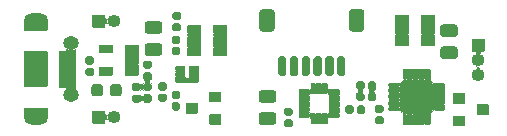
<source format=gbr>
G04 #@! TF.GenerationSoftware,KiCad,Pcbnew,(5.1.7)-1*
G04 #@! TF.CreationDate,2020-11-02T14:52:46+01:00*
G04 #@! TF.ProjectId,Broche lumineuse,42726f63-6865-4206-9c75-6d696e657573,rev?*
G04 #@! TF.SameCoordinates,Original*
G04 #@! TF.FileFunction,Soldermask,Top*
G04 #@! TF.FilePolarity,Negative*
%FSLAX46Y46*%
G04 Gerber Fmt 4.6, Leading zero omitted, Abs format (unit mm)*
G04 Created by KiCad (PCBNEW (5.1.7)-1) date 2020-11-02 14:52:46*
%MOMM*%
%LPD*%
G01*
G04 APERTURE LIST*
%ADD10O,1.352000X1.152000*%
%ADD11O,2.002000X1.102000*%
%ADD12O,1.102000X1.102000*%
%ADD13C,0.100000*%
G04 APERTURE END LIST*
G36*
G01*
X144072750Y-89940500D02*
X145036250Y-89940500D01*
G75*
G02*
X145305500Y-90209750I0J-269250D01*
G01*
X145305500Y-90748250D01*
G75*
G02*
X145036250Y-91017500I-269250J0D01*
G01*
X144072750Y-91017500D01*
G75*
G02*
X143803500Y-90748250I0J269250D01*
G01*
X143803500Y-90209750D01*
G75*
G02*
X144072750Y-89940500I269250J0D01*
G01*
G37*
G36*
G01*
X144072750Y-91815500D02*
X145036250Y-91815500D01*
G75*
G02*
X145305500Y-92084750I0J-269250D01*
G01*
X145305500Y-92623250D01*
G75*
G02*
X145036250Y-92892500I-269250J0D01*
G01*
X144072750Y-92892500D01*
G75*
G02*
X143803500Y-92623250I0J269250D01*
G01*
X143803500Y-92084750D01*
G75*
G02*
X144072750Y-91815500I269250J0D01*
G01*
G37*
G36*
G01*
X169091750Y-92069500D02*
X170055250Y-92069500D01*
G75*
G02*
X170324500Y-92338750I0J-269250D01*
G01*
X170324500Y-92877250D01*
G75*
G02*
X170055250Y-93146500I-269250J0D01*
G01*
X169091750Y-93146500D01*
G75*
G02*
X168822500Y-92877250I0J269250D01*
G01*
X168822500Y-92338750D01*
G75*
G02*
X169091750Y-92069500I269250J0D01*
G01*
G37*
G36*
G01*
X169091750Y-90194500D02*
X170055250Y-90194500D01*
G75*
G02*
X170324500Y-90463750I0J-269250D01*
G01*
X170324500Y-91002250D01*
G75*
G02*
X170055250Y-91271500I-269250J0D01*
G01*
X169091750Y-91271500D01*
G75*
G02*
X168822500Y-91002250I0J269250D01*
G01*
X168822500Y-90463750D01*
G75*
G02*
X169091750Y-90194500I269250J0D01*
G01*
G37*
G36*
G01*
X154688250Y-98734500D02*
X153724750Y-98734500D01*
G75*
G02*
X153455500Y-98465250I0J269250D01*
G01*
X153455500Y-97926750D01*
G75*
G02*
X153724750Y-97657500I269250J0D01*
G01*
X154688250Y-97657500D01*
G75*
G02*
X154957500Y-97926750I0J-269250D01*
G01*
X154957500Y-98465250D01*
G75*
G02*
X154688250Y-98734500I-269250J0D01*
G01*
G37*
G36*
G01*
X154688250Y-96859500D02*
X153724750Y-96859500D01*
G75*
G02*
X153455500Y-96590250I0J269250D01*
G01*
X153455500Y-96051750D01*
G75*
G02*
X153724750Y-95782500I269250J0D01*
G01*
X154688250Y-95782500D01*
G75*
G02*
X154957500Y-96051750I0J-269250D01*
G01*
X154957500Y-96590250D01*
G75*
G02*
X154688250Y-96859500I-269250J0D01*
G01*
G37*
G36*
G01*
X146657500Y-97503000D02*
X146261500Y-97503000D01*
G75*
G02*
X146088500Y-97330000I0J173000D01*
G01*
X146088500Y-96984000D01*
G75*
G02*
X146261500Y-96811000I173000J0D01*
G01*
X146657500Y-96811000D01*
G75*
G02*
X146830500Y-96984000I0J-173000D01*
G01*
X146830500Y-97330000D01*
G75*
G02*
X146657500Y-97503000I-173000J0D01*
G01*
G37*
G36*
G01*
X146657500Y-96533000D02*
X146261500Y-96533000D01*
G75*
G02*
X146088500Y-96360000I0J173000D01*
G01*
X146088500Y-96014000D01*
G75*
G02*
X146261500Y-95841000I173000J0D01*
G01*
X146657500Y-95841000D01*
G75*
G02*
X146830500Y-96014000I0J-173000D01*
G01*
X146830500Y-96360000D01*
G75*
G02*
X146657500Y-96533000I-173000J0D01*
G01*
G37*
G36*
G01*
X163470000Y-97024500D02*
X163866000Y-97024500D01*
G75*
G02*
X164039000Y-97197500I0J-173000D01*
G01*
X164039000Y-97543500D01*
G75*
G02*
X163866000Y-97716500I-173000J0D01*
G01*
X163470000Y-97716500D01*
G75*
G02*
X163297000Y-97543500I0J173000D01*
G01*
X163297000Y-97197500D01*
G75*
G02*
X163470000Y-97024500I173000J0D01*
G01*
G37*
G36*
G01*
X163470000Y-97994500D02*
X163866000Y-97994500D01*
G75*
G02*
X164039000Y-98167500I0J-173000D01*
G01*
X164039000Y-98513500D01*
G75*
G02*
X163866000Y-98686500I-173000J0D01*
G01*
X163470000Y-98686500D01*
G75*
G02*
X163297000Y-98513500I0J173000D01*
G01*
X163297000Y-98167500D01*
G75*
G02*
X163470000Y-97994500I173000J0D01*
G01*
G37*
G36*
G01*
X156182500Y-97970500D02*
X155786500Y-97970500D01*
G75*
G02*
X155613500Y-97797500I0J173000D01*
G01*
X155613500Y-97451500D01*
G75*
G02*
X155786500Y-97278500I173000J0D01*
G01*
X156182500Y-97278500D01*
G75*
G02*
X156355500Y-97451500I0J-173000D01*
G01*
X156355500Y-97797500D01*
G75*
G02*
X156182500Y-97970500I-173000J0D01*
G01*
G37*
G36*
G01*
X156182500Y-98940500D02*
X155786500Y-98940500D01*
G75*
G02*
X155613500Y-98767500I0J173000D01*
G01*
X155613500Y-98421500D01*
G75*
G02*
X155786500Y-98248500I173000J0D01*
G01*
X156182500Y-98248500D01*
G75*
G02*
X156355500Y-98421500I0J-173000D01*
G01*
X156355500Y-98767500D01*
G75*
G02*
X156182500Y-98940500I-173000J0D01*
G01*
G37*
G36*
G01*
X144244500Y-94940000D02*
X143848500Y-94940000D01*
G75*
G02*
X143675500Y-94767000I0J173000D01*
G01*
X143675500Y-94421000D01*
G75*
G02*
X143848500Y-94248000I173000J0D01*
G01*
X144244500Y-94248000D01*
G75*
G02*
X144417500Y-94421000I0J-173000D01*
G01*
X144417500Y-94767000D01*
G75*
G02*
X144244500Y-94940000I-173000J0D01*
G01*
G37*
G36*
G01*
X144244500Y-93970000D02*
X143848500Y-93970000D01*
G75*
G02*
X143675500Y-93797000I0J173000D01*
G01*
X143675500Y-93451000D01*
G75*
G02*
X143848500Y-93278000I173000J0D01*
G01*
X144244500Y-93278000D01*
G75*
G02*
X144417500Y-93451000I0J-173000D01*
G01*
X144417500Y-93797000D01*
G75*
G02*
X144244500Y-93970000I-173000J0D01*
G01*
G37*
G36*
G01*
X161775000Y-97628000D02*
X161775000Y-97232000D01*
G75*
G02*
X161948000Y-97059000I173000J0D01*
G01*
X162294000Y-97059000D01*
G75*
G02*
X162467000Y-97232000I0J-173000D01*
G01*
X162467000Y-97628000D01*
G75*
G02*
X162294000Y-97801000I-173000J0D01*
G01*
X161948000Y-97801000D01*
G75*
G02*
X161775000Y-97628000I0J173000D01*
G01*
G37*
G36*
G01*
X160805000Y-97628000D02*
X160805000Y-97232000D01*
G75*
G02*
X160978000Y-97059000I173000J0D01*
G01*
X161324000Y-97059000D01*
G75*
G02*
X161497000Y-97232000I0J-173000D01*
G01*
X161497000Y-97628000D01*
G75*
G02*
X161324000Y-97801000I-173000J0D01*
G01*
X160978000Y-97801000D01*
G75*
G02*
X160805000Y-97628000I0J173000D01*
G01*
G37*
G36*
G01*
X141855500Y-95501250D02*
X141855500Y-96064750D01*
G75*
G02*
X141611250Y-96309000I-244250J0D01*
G01*
X141122750Y-96309000D01*
G75*
G02*
X140878500Y-96064750I0J244250D01*
G01*
X140878500Y-95501250D01*
G75*
G02*
X141122750Y-95257000I244250J0D01*
G01*
X141611250Y-95257000D01*
G75*
G02*
X141855500Y-95501250I0J-244250D01*
G01*
G37*
G36*
G01*
X140280500Y-95501250D02*
X140280500Y-96064750D01*
G75*
G02*
X140036250Y-96309000I-244250J0D01*
G01*
X139547750Y-96309000D01*
G75*
G02*
X139303500Y-96064750I0J244250D01*
G01*
X139303500Y-95501250D01*
G75*
G02*
X139547750Y-95257000I244250J0D01*
G01*
X140036250Y-95257000D01*
G75*
G02*
X140280500Y-95501250I0J-244250D01*
G01*
G37*
D10*
X137585000Y-91780000D03*
G36*
G01*
X136585000Y-92454000D02*
X137935000Y-92454000D01*
G75*
G02*
X137986000Y-92505000I0J-51000D01*
G01*
X137986000Y-92905000D01*
G75*
G02*
X137935000Y-92956000I-51000J0D01*
G01*
X136585000Y-92956000D01*
G75*
G02*
X136534000Y-92905000I0J51000D01*
G01*
X136534000Y-92505000D01*
G75*
G02*
X136585000Y-92454000I51000J0D01*
G01*
G37*
G36*
G01*
X136585000Y-93104000D02*
X137935000Y-93104000D01*
G75*
G02*
X137986000Y-93155000I0J-51000D01*
G01*
X137986000Y-93555000D01*
G75*
G02*
X137935000Y-93606000I-51000J0D01*
G01*
X136585000Y-93606000D01*
G75*
G02*
X136534000Y-93555000I0J51000D01*
G01*
X136534000Y-93155000D01*
G75*
G02*
X136585000Y-93104000I51000J0D01*
G01*
G37*
G36*
G01*
X136585000Y-93754000D02*
X137935000Y-93754000D01*
G75*
G02*
X137986000Y-93805000I0J-51000D01*
G01*
X137986000Y-94205000D01*
G75*
G02*
X137935000Y-94256000I-51000J0D01*
G01*
X136585000Y-94256000D01*
G75*
G02*
X136534000Y-94205000I0J51000D01*
G01*
X136534000Y-93805000D01*
G75*
G02*
X136585000Y-93754000I51000J0D01*
G01*
G37*
G36*
G01*
X136585000Y-95054000D02*
X137935000Y-95054000D01*
G75*
G02*
X137986000Y-95105000I0J-51000D01*
G01*
X137986000Y-95505000D01*
G75*
G02*
X137935000Y-95556000I-51000J0D01*
G01*
X136585000Y-95556000D01*
G75*
G02*
X136534000Y-95505000I0J51000D01*
G01*
X136534000Y-95105000D01*
G75*
G02*
X136585000Y-95054000I51000J0D01*
G01*
G37*
X137585000Y-96230000D03*
D11*
X134585000Y-89830000D03*
X134585000Y-98180000D03*
G36*
G01*
X136585000Y-94404000D02*
X137935000Y-94404000D01*
G75*
G02*
X137986000Y-94455000I0J-51000D01*
G01*
X137986000Y-94855000D01*
G75*
G02*
X137935000Y-94906000I-51000J0D01*
G01*
X136585000Y-94906000D01*
G75*
G02*
X136534000Y-94855000I0J51000D01*
G01*
X136534000Y-94455000D01*
G75*
G02*
X136585000Y-94404000I51000J0D01*
G01*
G37*
G36*
G01*
X133635000Y-92504000D02*
X135535000Y-92504000D01*
G75*
G02*
X135586000Y-92555000I0J-51000D01*
G01*
X135586000Y-95455000D01*
G75*
G02*
X135535000Y-95506000I-51000J0D01*
G01*
X133635000Y-95506000D01*
G75*
G02*
X133584000Y-95455000I0J51000D01*
G01*
X133584000Y-92555000D01*
G75*
G02*
X133635000Y-92504000I51000J0D01*
G01*
G37*
G36*
G01*
X133635000Y-97254000D02*
X135535000Y-97254000D01*
G75*
G02*
X135586000Y-97305000I0J-51000D01*
G01*
X135586000Y-98180000D01*
G75*
G02*
X135535000Y-98231000I-51000J0D01*
G01*
X133635000Y-98231000D01*
G75*
G02*
X133584000Y-98180000I0J51000D01*
G01*
X133584000Y-97305000D01*
G75*
G02*
X133635000Y-97254000I51000J0D01*
G01*
G37*
G36*
G01*
X133635000Y-89779000D02*
X135535000Y-89779000D01*
G75*
G02*
X135586000Y-89830000I0J-51000D01*
G01*
X135586000Y-90705000D01*
G75*
G02*
X135535000Y-90756000I-51000J0D01*
G01*
X133635000Y-90756000D01*
G75*
G02*
X133584000Y-90705000I0J51000D01*
G01*
X133584000Y-89830000D01*
G75*
G02*
X133635000Y-89779000I51000J0D01*
G01*
G37*
D12*
X141189000Y-89941000D03*
G36*
G01*
X140419000Y-90492000D02*
X139419000Y-90492000D01*
G75*
G02*
X139368000Y-90441000I0J51000D01*
G01*
X139368000Y-89441000D01*
G75*
G02*
X139419000Y-89390000I51000J0D01*
G01*
X140419000Y-89390000D01*
G75*
G02*
X140470000Y-89441000I0J-51000D01*
G01*
X140470000Y-90441000D01*
G75*
G02*
X140419000Y-90492000I-51000J0D01*
G01*
G37*
G36*
G01*
X140419000Y-98620000D02*
X139419000Y-98620000D01*
G75*
G02*
X139368000Y-98569000I0J51000D01*
G01*
X139368000Y-97569000D01*
G75*
G02*
X139419000Y-97518000I51000J0D01*
G01*
X140419000Y-97518000D01*
G75*
G02*
X140470000Y-97569000I0J-51000D01*
G01*
X140470000Y-98569000D01*
G75*
G02*
X140419000Y-98620000I-51000J0D01*
G01*
G37*
X141189000Y-98069000D03*
G36*
G01*
X171499000Y-92473000D02*
X171499000Y-91473000D01*
G75*
G02*
X171550000Y-91422000I51000J0D01*
G01*
X172550000Y-91422000D01*
G75*
G02*
X172601000Y-91473000I0J-51000D01*
G01*
X172601000Y-92473000D01*
G75*
G02*
X172550000Y-92524000I-51000J0D01*
G01*
X171550000Y-92524000D01*
G75*
G02*
X171499000Y-92473000I0J51000D01*
G01*
G37*
X172050000Y-93243000D03*
X172050000Y-94513000D03*
G36*
G01*
X171930000Y-97834000D02*
X171930000Y-97034000D01*
G75*
G02*
X171981000Y-96983000I51000J0D01*
G01*
X172881000Y-96983000D01*
G75*
G02*
X172932000Y-97034000I0J-51000D01*
G01*
X172932000Y-97834000D01*
G75*
G02*
X172881000Y-97885000I-51000J0D01*
G01*
X171981000Y-97885000D01*
G75*
G02*
X171930000Y-97834000I0J51000D01*
G01*
G37*
G36*
G01*
X169930000Y-98784000D02*
X169930000Y-97984000D01*
G75*
G02*
X169981000Y-97933000I51000J0D01*
G01*
X170881000Y-97933000D01*
G75*
G02*
X170932000Y-97984000I0J-51000D01*
G01*
X170932000Y-98784000D01*
G75*
G02*
X170881000Y-98835000I-51000J0D01*
G01*
X169981000Y-98835000D01*
G75*
G02*
X169930000Y-98784000I0J51000D01*
G01*
G37*
G36*
G01*
X169930000Y-96884000D02*
X169930000Y-96084000D01*
G75*
G02*
X169981000Y-96033000I51000J0D01*
G01*
X170881000Y-96033000D01*
G75*
G02*
X170932000Y-96084000I0J-51000D01*
G01*
X170932000Y-96884000D01*
G75*
G02*
X170881000Y-96935000I-51000J0D01*
G01*
X169981000Y-96935000D01*
G75*
G02*
X169930000Y-96884000I0J51000D01*
G01*
G37*
G36*
G01*
X149625000Y-91917001D02*
X149625000Y-91266999D01*
G75*
G02*
X149675999Y-91216000I50999J0D01*
G01*
X150736001Y-91216000D01*
G75*
G02*
X150787000Y-91266999I0J-50999D01*
G01*
X150787000Y-91917001D01*
G75*
G02*
X150736001Y-91968000I-50999J0D01*
G01*
X149675999Y-91968000D01*
G75*
G02*
X149625000Y-91917001I0J50999D01*
G01*
G37*
G36*
G01*
X149625000Y-90967001D02*
X149625000Y-90316999D01*
G75*
G02*
X149675999Y-90266000I50999J0D01*
G01*
X150736001Y-90266000D01*
G75*
G02*
X150787000Y-90316999I0J-50999D01*
G01*
X150787000Y-90967001D01*
G75*
G02*
X150736001Y-91018000I-50999J0D01*
G01*
X149675999Y-91018000D01*
G75*
G02*
X149625000Y-90967001I0J50999D01*
G01*
G37*
G36*
G01*
X149625000Y-92867001D02*
X149625000Y-92216999D01*
G75*
G02*
X149675999Y-92166000I50999J0D01*
G01*
X150736001Y-92166000D01*
G75*
G02*
X150787000Y-92216999I0J-50999D01*
G01*
X150787000Y-92867001D01*
G75*
G02*
X150736001Y-92918000I-50999J0D01*
G01*
X149675999Y-92918000D01*
G75*
G02*
X149625000Y-92867001I0J50999D01*
G01*
G37*
G36*
G01*
X147425000Y-92867001D02*
X147425000Y-92216999D01*
G75*
G02*
X147475999Y-92166000I50999J0D01*
G01*
X148536001Y-92166000D01*
G75*
G02*
X148587000Y-92216999I0J-50999D01*
G01*
X148587000Y-92867001D01*
G75*
G02*
X148536001Y-92918000I-50999J0D01*
G01*
X147475999Y-92918000D01*
G75*
G02*
X147425000Y-92867001I0J50999D01*
G01*
G37*
G36*
G01*
X147425000Y-91917001D02*
X147425000Y-91266999D01*
G75*
G02*
X147475999Y-91216000I50999J0D01*
G01*
X148536001Y-91216000D01*
G75*
G02*
X148587000Y-91266999I0J-50999D01*
G01*
X148587000Y-91917001D01*
G75*
G02*
X148536001Y-91968000I-50999J0D01*
G01*
X147475999Y-91968000D01*
G75*
G02*
X147425000Y-91917001I0J50999D01*
G01*
G37*
G36*
G01*
X147425000Y-90967001D02*
X147425000Y-90316999D01*
G75*
G02*
X147475999Y-90266000I50999J0D01*
G01*
X148536001Y-90266000D01*
G75*
G02*
X148587000Y-90316999I0J-50999D01*
G01*
X148587000Y-90967001D01*
G75*
G02*
X148536001Y-91018000I-50999J0D01*
G01*
X147475999Y-91018000D01*
G75*
G02*
X147425000Y-90967001I0J50999D01*
G01*
G37*
G36*
G01*
X162426500Y-96156500D02*
X162426500Y-96552500D01*
G75*
G02*
X162253500Y-96725500I-173000J0D01*
G01*
X161907500Y-96725500D01*
G75*
G02*
X161734500Y-96552500I0J173000D01*
G01*
X161734500Y-96156500D01*
G75*
G02*
X161907500Y-95983500I173000J0D01*
G01*
X162253500Y-95983500D01*
G75*
G02*
X162426500Y-96156500I0J-173000D01*
G01*
G37*
G36*
G01*
X163396500Y-96156500D02*
X163396500Y-96552500D01*
G75*
G02*
X163223500Y-96725500I-173000J0D01*
G01*
X162877500Y-96725500D01*
G75*
G02*
X162704500Y-96552500I0J173000D01*
G01*
X162704500Y-96156500D01*
G75*
G02*
X162877500Y-95983500I173000J0D01*
G01*
X163223500Y-95983500D01*
G75*
G02*
X163396500Y-96156500I0J-173000D01*
G01*
G37*
G36*
G01*
X163396500Y-95204000D02*
X163396500Y-95600000D01*
G75*
G02*
X163223500Y-95773000I-173000J0D01*
G01*
X162877500Y-95773000D01*
G75*
G02*
X162704500Y-95600000I0J173000D01*
G01*
X162704500Y-95204000D01*
G75*
G02*
X162877500Y-95031000I173000J0D01*
G01*
X163223500Y-95031000D01*
G75*
G02*
X163396500Y-95204000I0J-173000D01*
G01*
G37*
G36*
G01*
X162426500Y-95204000D02*
X162426500Y-95600000D01*
G75*
G02*
X162253500Y-95773000I-173000J0D01*
G01*
X161907500Y-95773000D01*
G75*
G02*
X161734500Y-95600000I0J173000D01*
G01*
X161734500Y-95204000D01*
G75*
G02*
X161907500Y-95031000I173000J0D01*
G01*
X162253500Y-95031000D01*
G75*
G02*
X162426500Y-95204000I0J-173000D01*
G01*
G37*
G36*
G01*
X143292000Y-96845000D02*
X142896000Y-96845000D01*
G75*
G02*
X142723000Y-96672000I0J173000D01*
G01*
X142723000Y-96326000D01*
G75*
G02*
X142896000Y-96153000I173000J0D01*
G01*
X143292000Y-96153000D01*
G75*
G02*
X143465000Y-96326000I0J-173000D01*
G01*
X143465000Y-96672000D01*
G75*
G02*
X143292000Y-96845000I-173000J0D01*
G01*
G37*
G36*
G01*
X143292000Y-95875000D02*
X142896000Y-95875000D01*
G75*
G02*
X142723000Y-95702000I0J173000D01*
G01*
X142723000Y-95356000D01*
G75*
G02*
X142896000Y-95183000I173000J0D01*
G01*
X143292000Y-95183000D01*
G75*
G02*
X143465000Y-95356000I0J-173000D01*
G01*
X143465000Y-95702000D01*
G75*
G02*
X143292000Y-95875000I-173000J0D01*
G01*
G37*
G36*
G01*
X139355000Y-93612000D02*
X138959000Y-93612000D01*
G75*
G02*
X138786000Y-93439000I0J173000D01*
G01*
X138786000Y-93093000D01*
G75*
G02*
X138959000Y-92920000I173000J0D01*
G01*
X139355000Y-92920000D01*
G75*
G02*
X139528000Y-93093000I0J-173000D01*
G01*
X139528000Y-93439000D01*
G75*
G02*
X139355000Y-93612000I-173000J0D01*
G01*
G37*
G36*
G01*
X139355000Y-94582000D02*
X138959000Y-94582000D01*
G75*
G02*
X138786000Y-94409000I0J173000D01*
G01*
X138786000Y-94063000D01*
G75*
G02*
X138959000Y-93890000I173000J0D01*
G01*
X139355000Y-93890000D01*
G75*
G02*
X139528000Y-94063000I0J-173000D01*
G01*
X139528000Y-94409000D01*
G75*
G02*
X139355000Y-94582000I-173000J0D01*
G01*
G37*
G36*
G01*
X144244500Y-96827500D02*
X143848500Y-96827500D01*
G75*
G02*
X143675500Y-96654500I0J173000D01*
G01*
X143675500Y-96308500D01*
G75*
G02*
X143848500Y-96135500I173000J0D01*
G01*
X144244500Y-96135500D01*
G75*
G02*
X144417500Y-96308500I0J-173000D01*
G01*
X144417500Y-96654500D01*
G75*
G02*
X144244500Y-96827500I-173000J0D01*
G01*
G37*
G36*
G01*
X144244500Y-95857500D02*
X143848500Y-95857500D01*
G75*
G02*
X143675500Y-95684500I0J173000D01*
G01*
X143675500Y-95338500D01*
G75*
G02*
X143848500Y-95165500I173000J0D01*
G01*
X144244500Y-95165500D01*
G75*
G02*
X144417500Y-95338500I0J-173000D01*
G01*
X144417500Y-95684500D01*
G75*
G02*
X144244500Y-95857500I-173000J0D01*
G01*
G37*
G36*
G01*
X145118500Y-96089500D02*
X145514500Y-96089500D01*
G75*
G02*
X145687500Y-96262500I0J-173000D01*
G01*
X145687500Y-96608500D01*
G75*
G02*
X145514500Y-96781500I-173000J0D01*
G01*
X145118500Y-96781500D01*
G75*
G02*
X144945500Y-96608500I0J173000D01*
G01*
X144945500Y-96262500D01*
G75*
G02*
X145118500Y-96089500I173000J0D01*
G01*
G37*
G36*
G01*
X145118500Y-95119500D02*
X145514500Y-95119500D01*
G75*
G02*
X145687500Y-95292500I0J-173000D01*
G01*
X145687500Y-95638500D01*
G75*
G02*
X145514500Y-95811500I-173000J0D01*
G01*
X145118500Y-95811500D01*
G75*
G02*
X144945500Y-95638500I0J173000D01*
G01*
X144945500Y-95292500D01*
G75*
G02*
X145118500Y-95119500I173000J0D01*
G01*
G37*
G36*
G01*
X146261500Y-91182500D02*
X146657500Y-91182500D01*
G75*
G02*
X146830500Y-91355500I0J-173000D01*
G01*
X146830500Y-91701500D01*
G75*
G02*
X146657500Y-91874500I-173000J0D01*
G01*
X146261500Y-91874500D01*
G75*
G02*
X146088500Y-91701500I0J173000D01*
G01*
X146088500Y-91355500D01*
G75*
G02*
X146261500Y-91182500I173000J0D01*
G01*
G37*
G36*
G01*
X146261500Y-92152500D02*
X146657500Y-92152500D01*
G75*
G02*
X146830500Y-92325500I0J-173000D01*
G01*
X146830500Y-92671500D01*
G75*
G02*
X146657500Y-92844500I-173000J0D01*
G01*
X146261500Y-92844500D01*
G75*
G02*
X146088500Y-92671500I0J173000D01*
G01*
X146088500Y-92325500D01*
G75*
G02*
X146261500Y-92152500I173000J0D01*
G01*
G37*
G36*
G01*
X146721000Y-89842500D02*
X146325000Y-89842500D01*
G75*
G02*
X146152000Y-89669500I0J173000D01*
G01*
X146152000Y-89323500D01*
G75*
G02*
X146325000Y-89150500I173000J0D01*
G01*
X146721000Y-89150500D01*
G75*
G02*
X146894000Y-89323500I0J-173000D01*
G01*
X146894000Y-89669500D01*
G75*
G02*
X146721000Y-89842500I-173000J0D01*
G01*
G37*
G36*
G01*
X146721000Y-90812500D02*
X146325000Y-90812500D01*
G75*
G02*
X146152000Y-90639500I0J173000D01*
G01*
X146152000Y-90293500D01*
G75*
G02*
X146325000Y-90120500I173000J0D01*
G01*
X146721000Y-90120500D01*
G75*
G02*
X146894000Y-90293500I0J-173000D01*
G01*
X146894000Y-90639500D01*
G75*
G02*
X146721000Y-90812500I-173000J0D01*
G01*
G37*
G36*
G01*
X168194000Y-95263307D02*
X168194000Y-97445693D01*
G75*
G02*
X167934193Y-97705500I-259807J0D01*
G01*
X165751807Y-97705500D01*
G75*
G02*
X165492000Y-97445693I0J259807D01*
G01*
X165492000Y-95263307D01*
G75*
G02*
X165751807Y-95003500I259807J0D01*
G01*
X167934193Y-95003500D01*
G75*
G02*
X168194000Y-95263307I0J-259807D01*
G01*
G37*
G36*
G01*
X169244000Y-97266500D02*
X169244000Y-97442500D01*
G75*
G02*
X169156000Y-97530500I-88000J0D01*
G01*
X168380000Y-97530500D01*
G75*
G02*
X168292000Y-97442500I0J88000D01*
G01*
X168292000Y-97266500D01*
G75*
G02*
X168380000Y-97178500I88000J0D01*
G01*
X169156000Y-97178500D01*
G75*
G02*
X169244000Y-97266500I0J-88000D01*
G01*
G37*
G36*
G01*
X169244000Y-96766500D02*
X169244000Y-96942500D01*
G75*
G02*
X169156000Y-97030500I-88000J0D01*
G01*
X168380000Y-97030500D01*
G75*
G02*
X168292000Y-96942500I0J88000D01*
G01*
X168292000Y-96766500D01*
G75*
G02*
X168380000Y-96678500I88000J0D01*
G01*
X169156000Y-96678500D01*
G75*
G02*
X169244000Y-96766500I0J-88000D01*
G01*
G37*
G36*
G01*
X169244000Y-96266500D02*
X169244000Y-96442500D01*
G75*
G02*
X169156000Y-96530500I-88000J0D01*
G01*
X168380000Y-96530500D01*
G75*
G02*
X168292000Y-96442500I0J88000D01*
G01*
X168292000Y-96266500D01*
G75*
G02*
X168380000Y-96178500I88000J0D01*
G01*
X169156000Y-96178500D01*
G75*
G02*
X169244000Y-96266500I0J-88000D01*
G01*
G37*
G36*
G01*
X169244000Y-95766500D02*
X169244000Y-95942500D01*
G75*
G02*
X169156000Y-96030500I-88000J0D01*
G01*
X168380000Y-96030500D01*
G75*
G02*
X168292000Y-95942500I0J88000D01*
G01*
X168292000Y-95766500D01*
G75*
G02*
X168380000Y-95678500I88000J0D01*
G01*
X169156000Y-95678500D01*
G75*
G02*
X169244000Y-95766500I0J-88000D01*
G01*
G37*
G36*
G01*
X169244000Y-95266500D02*
X169244000Y-95442500D01*
G75*
G02*
X169156000Y-95530500I-88000J0D01*
G01*
X168380000Y-95530500D01*
G75*
G02*
X168292000Y-95442500I0J88000D01*
G01*
X168292000Y-95266500D01*
G75*
G02*
X168380000Y-95178500I88000J0D01*
G01*
X169156000Y-95178500D01*
G75*
G02*
X169244000Y-95266500I0J-88000D01*
G01*
G37*
G36*
G01*
X168019000Y-94041500D02*
X168019000Y-94817500D01*
G75*
G02*
X167931000Y-94905500I-88000J0D01*
G01*
X167755000Y-94905500D01*
G75*
G02*
X167667000Y-94817500I0J88000D01*
G01*
X167667000Y-94041500D01*
G75*
G02*
X167755000Y-93953500I88000J0D01*
G01*
X167931000Y-93953500D01*
G75*
G02*
X168019000Y-94041500I0J-88000D01*
G01*
G37*
G36*
G01*
X167519000Y-94041500D02*
X167519000Y-94817500D01*
G75*
G02*
X167431000Y-94905500I-88000J0D01*
G01*
X167255000Y-94905500D01*
G75*
G02*
X167167000Y-94817500I0J88000D01*
G01*
X167167000Y-94041500D01*
G75*
G02*
X167255000Y-93953500I88000J0D01*
G01*
X167431000Y-93953500D01*
G75*
G02*
X167519000Y-94041500I0J-88000D01*
G01*
G37*
G36*
G01*
X167019000Y-94041500D02*
X167019000Y-94817500D01*
G75*
G02*
X166931000Y-94905500I-88000J0D01*
G01*
X166755000Y-94905500D01*
G75*
G02*
X166667000Y-94817500I0J88000D01*
G01*
X166667000Y-94041500D01*
G75*
G02*
X166755000Y-93953500I88000J0D01*
G01*
X166931000Y-93953500D01*
G75*
G02*
X167019000Y-94041500I0J-88000D01*
G01*
G37*
G36*
G01*
X166519000Y-94041500D02*
X166519000Y-94817500D01*
G75*
G02*
X166431000Y-94905500I-88000J0D01*
G01*
X166255000Y-94905500D01*
G75*
G02*
X166167000Y-94817500I0J88000D01*
G01*
X166167000Y-94041500D01*
G75*
G02*
X166255000Y-93953500I88000J0D01*
G01*
X166431000Y-93953500D01*
G75*
G02*
X166519000Y-94041500I0J-88000D01*
G01*
G37*
G36*
G01*
X166019000Y-94041500D02*
X166019000Y-94817500D01*
G75*
G02*
X165931000Y-94905500I-88000J0D01*
G01*
X165755000Y-94905500D01*
G75*
G02*
X165667000Y-94817500I0J88000D01*
G01*
X165667000Y-94041500D01*
G75*
G02*
X165755000Y-93953500I88000J0D01*
G01*
X165931000Y-93953500D01*
G75*
G02*
X166019000Y-94041500I0J-88000D01*
G01*
G37*
G36*
G01*
X165394000Y-95266500D02*
X165394000Y-95442500D01*
G75*
G02*
X165306000Y-95530500I-88000J0D01*
G01*
X164530000Y-95530500D01*
G75*
G02*
X164442000Y-95442500I0J88000D01*
G01*
X164442000Y-95266500D01*
G75*
G02*
X164530000Y-95178500I88000J0D01*
G01*
X165306000Y-95178500D01*
G75*
G02*
X165394000Y-95266500I0J-88000D01*
G01*
G37*
G36*
G01*
X165394000Y-95766500D02*
X165394000Y-95942500D01*
G75*
G02*
X165306000Y-96030500I-88000J0D01*
G01*
X164530000Y-96030500D01*
G75*
G02*
X164442000Y-95942500I0J88000D01*
G01*
X164442000Y-95766500D01*
G75*
G02*
X164530000Y-95678500I88000J0D01*
G01*
X165306000Y-95678500D01*
G75*
G02*
X165394000Y-95766500I0J-88000D01*
G01*
G37*
G36*
G01*
X165394000Y-96266500D02*
X165394000Y-96442500D01*
G75*
G02*
X165306000Y-96530500I-88000J0D01*
G01*
X164530000Y-96530500D01*
G75*
G02*
X164442000Y-96442500I0J88000D01*
G01*
X164442000Y-96266500D01*
G75*
G02*
X164530000Y-96178500I88000J0D01*
G01*
X165306000Y-96178500D01*
G75*
G02*
X165394000Y-96266500I0J-88000D01*
G01*
G37*
G36*
G01*
X165394000Y-96766500D02*
X165394000Y-96942500D01*
G75*
G02*
X165306000Y-97030500I-88000J0D01*
G01*
X164530000Y-97030500D01*
G75*
G02*
X164442000Y-96942500I0J88000D01*
G01*
X164442000Y-96766500D01*
G75*
G02*
X164530000Y-96678500I88000J0D01*
G01*
X165306000Y-96678500D01*
G75*
G02*
X165394000Y-96766500I0J-88000D01*
G01*
G37*
G36*
G01*
X165394000Y-97266500D02*
X165394000Y-97442500D01*
G75*
G02*
X165306000Y-97530500I-88000J0D01*
G01*
X164530000Y-97530500D01*
G75*
G02*
X164442000Y-97442500I0J88000D01*
G01*
X164442000Y-97266500D01*
G75*
G02*
X164530000Y-97178500I88000J0D01*
G01*
X165306000Y-97178500D01*
G75*
G02*
X165394000Y-97266500I0J-88000D01*
G01*
G37*
G36*
G01*
X166019000Y-97891500D02*
X166019000Y-98667500D01*
G75*
G02*
X165931000Y-98755500I-88000J0D01*
G01*
X165755000Y-98755500D01*
G75*
G02*
X165667000Y-98667500I0J88000D01*
G01*
X165667000Y-97891500D01*
G75*
G02*
X165755000Y-97803500I88000J0D01*
G01*
X165931000Y-97803500D01*
G75*
G02*
X166019000Y-97891500I0J-88000D01*
G01*
G37*
G36*
G01*
X166519000Y-97891500D02*
X166519000Y-98667500D01*
G75*
G02*
X166431000Y-98755500I-88000J0D01*
G01*
X166255000Y-98755500D01*
G75*
G02*
X166167000Y-98667500I0J88000D01*
G01*
X166167000Y-97891500D01*
G75*
G02*
X166255000Y-97803500I88000J0D01*
G01*
X166431000Y-97803500D01*
G75*
G02*
X166519000Y-97891500I0J-88000D01*
G01*
G37*
G36*
G01*
X167019000Y-97891500D02*
X167019000Y-98667500D01*
G75*
G02*
X166931000Y-98755500I-88000J0D01*
G01*
X166755000Y-98755500D01*
G75*
G02*
X166667000Y-98667500I0J88000D01*
G01*
X166667000Y-97891500D01*
G75*
G02*
X166755000Y-97803500I88000J0D01*
G01*
X166931000Y-97803500D01*
G75*
G02*
X167019000Y-97891500I0J-88000D01*
G01*
G37*
G36*
G01*
X167519000Y-97891500D02*
X167519000Y-98667500D01*
G75*
G02*
X167431000Y-98755500I-88000J0D01*
G01*
X167255000Y-98755500D01*
G75*
G02*
X167167000Y-98667500I0J88000D01*
G01*
X167167000Y-97891500D01*
G75*
G02*
X167255000Y-97803500I88000J0D01*
G01*
X167431000Y-97803500D01*
G75*
G02*
X167519000Y-97891500I0J-88000D01*
G01*
G37*
G36*
G01*
X168019000Y-97891500D02*
X168019000Y-98667500D01*
G75*
G02*
X167931000Y-98755500I-88000J0D01*
G01*
X167755000Y-98755500D01*
G75*
G02*
X167667000Y-98667500I0J88000D01*
G01*
X167667000Y-97891500D01*
G75*
G02*
X167755000Y-97803500I88000J0D01*
G01*
X167931000Y-97803500D01*
G75*
G02*
X168019000Y-97891500I0J-88000D01*
G01*
G37*
G36*
G01*
X160320500Y-97773500D02*
X160320500Y-98078500D01*
G75*
G02*
X160269500Y-98129500I-51000J0D01*
G01*
X159456500Y-98129500D01*
G75*
G02*
X159405500Y-98078500I0J51000D01*
G01*
X159405500Y-97773500D01*
G75*
G02*
X159456500Y-97722500I51000J0D01*
G01*
X160269500Y-97722500D01*
G75*
G02*
X160320500Y-97773500I0J-51000D01*
G01*
G37*
G36*
G01*
X160320500Y-97273500D02*
X160320500Y-97578500D01*
G75*
G02*
X160269500Y-97629500I-51000J0D01*
G01*
X159456500Y-97629500D01*
G75*
G02*
X159405500Y-97578500I0J51000D01*
G01*
X159405500Y-97273500D01*
G75*
G02*
X159456500Y-97222500I51000J0D01*
G01*
X160269500Y-97222500D01*
G75*
G02*
X160320500Y-97273500I0J-51000D01*
G01*
G37*
G36*
G01*
X160320500Y-96773500D02*
X160320500Y-97078500D01*
G75*
G02*
X160269500Y-97129500I-51000J0D01*
G01*
X159456500Y-97129500D01*
G75*
G02*
X159405500Y-97078500I0J51000D01*
G01*
X159405500Y-96773500D01*
G75*
G02*
X159456500Y-96722500I51000J0D01*
G01*
X160269500Y-96722500D01*
G75*
G02*
X160320500Y-96773500I0J-51000D01*
G01*
G37*
G36*
G01*
X160320500Y-96273500D02*
X160320500Y-96578500D01*
G75*
G02*
X160269500Y-96629500I-51000J0D01*
G01*
X159456500Y-96629500D01*
G75*
G02*
X159405500Y-96578500I0J51000D01*
G01*
X159405500Y-96273500D01*
G75*
G02*
X159456500Y-96222500I51000J0D01*
G01*
X160269500Y-96222500D01*
G75*
G02*
X160320500Y-96273500I0J-51000D01*
G01*
G37*
G36*
G01*
X160320500Y-95773500D02*
X160320500Y-96078500D01*
G75*
G02*
X160269500Y-96129500I-51000J0D01*
G01*
X159456500Y-96129500D01*
G75*
G02*
X159405500Y-96078500I0J51000D01*
G01*
X159405500Y-95773500D01*
G75*
G02*
X159456500Y-95722500I51000J0D01*
G01*
X160269500Y-95722500D01*
G75*
G02*
X160320500Y-95773500I0J-51000D01*
G01*
G37*
G36*
G01*
X159291500Y-95244500D02*
X159291500Y-96057500D01*
G75*
G02*
X159240500Y-96108500I-51000J0D01*
G01*
X158935500Y-96108500D01*
G75*
G02*
X158884500Y-96057500I0J51000D01*
G01*
X158884500Y-95244500D01*
G75*
G02*
X158935500Y-95193500I51000J0D01*
G01*
X159240500Y-95193500D01*
G75*
G02*
X159291500Y-95244500I0J-51000D01*
G01*
G37*
G36*
G01*
X158791500Y-95244500D02*
X158791500Y-96057500D01*
G75*
G02*
X158740500Y-96108500I-51000J0D01*
G01*
X158435500Y-96108500D01*
G75*
G02*
X158384500Y-96057500I0J51000D01*
G01*
X158384500Y-95244500D01*
G75*
G02*
X158435500Y-95193500I51000J0D01*
G01*
X158740500Y-95193500D01*
G75*
G02*
X158791500Y-95244500I0J-51000D01*
G01*
G37*
G36*
G01*
X158291500Y-95244500D02*
X158291500Y-96057500D01*
G75*
G02*
X158240500Y-96108500I-51000J0D01*
G01*
X157935500Y-96108500D01*
G75*
G02*
X157884500Y-96057500I0J51000D01*
G01*
X157884500Y-95244500D01*
G75*
G02*
X157935500Y-95193500I51000J0D01*
G01*
X158240500Y-95193500D01*
G75*
G02*
X158291500Y-95244500I0J-51000D01*
G01*
G37*
G36*
G01*
X157770500Y-95773500D02*
X157770500Y-96078500D01*
G75*
G02*
X157719500Y-96129500I-51000J0D01*
G01*
X156906500Y-96129500D01*
G75*
G02*
X156855500Y-96078500I0J51000D01*
G01*
X156855500Y-95773500D01*
G75*
G02*
X156906500Y-95722500I51000J0D01*
G01*
X157719500Y-95722500D01*
G75*
G02*
X157770500Y-95773500I0J-51000D01*
G01*
G37*
G36*
G01*
X157770500Y-96273500D02*
X157770500Y-96578500D01*
G75*
G02*
X157719500Y-96629500I-51000J0D01*
G01*
X156906500Y-96629500D01*
G75*
G02*
X156855500Y-96578500I0J51000D01*
G01*
X156855500Y-96273500D01*
G75*
G02*
X156906500Y-96222500I51000J0D01*
G01*
X157719500Y-96222500D01*
G75*
G02*
X157770500Y-96273500I0J-51000D01*
G01*
G37*
G36*
G01*
X157770500Y-96773500D02*
X157770500Y-97078500D01*
G75*
G02*
X157719500Y-97129500I-51000J0D01*
G01*
X156906500Y-97129500D01*
G75*
G02*
X156855500Y-97078500I0J51000D01*
G01*
X156855500Y-96773500D01*
G75*
G02*
X156906500Y-96722500I51000J0D01*
G01*
X157719500Y-96722500D01*
G75*
G02*
X157770500Y-96773500I0J-51000D01*
G01*
G37*
G36*
G01*
X157770500Y-97273500D02*
X157770500Y-97578500D01*
G75*
G02*
X157719500Y-97629500I-51000J0D01*
G01*
X156906500Y-97629500D01*
G75*
G02*
X156855500Y-97578500I0J51000D01*
G01*
X156855500Y-97273500D01*
G75*
G02*
X156906500Y-97222500I51000J0D01*
G01*
X157719500Y-97222500D01*
G75*
G02*
X157770500Y-97273500I0J-51000D01*
G01*
G37*
G36*
G01*
X157770500Y-97773500D02*
X157770500Y-98078500D01*
G75*
G02*
X157719500Y-98129500I-51000J0D01*
G01*
X156906500Y-98129500D01*
G75*
G02*
X156855500Y-98078500I0J51000D01*
G01*
X156855500Y-97773500D01*
G75*
G02*
X156906500Y-97722500I51000J0D01*
G01*
X157719500Y-97722500D01*
G75*
G02*
X157770500Y-97773500I0J-51000D01*
G01*
G37*
G36*
G01*
X158291500Y-97794500D02*
X158291500Y-98607500D01*
G75*
G02*
X158240500Y-98658500I-51000J0D01*
G01*
X157935500Y-98658500D01*
G75*
G02*
X157884500Y-98607500I0J51000D01*
G01*
X157884500Y-97794500D01*
G75*
G02*
X157935500Y-97743500I51000J0D01*
G01*
X158240500Y-97743500D01*
G75*
G02*
X158291500Y-97794500I0J-51000D01*
G01*
G37*
G36*
G01*
X158791500Y-97794500D02*
X158791500Y-98607500D01*
G75*
G02*
X158740500Y-98658500I-51000J0D01*
G01*
X158435500Y-98658500D01*
G75*
G02*
X158384500Y-98607500I0J51000D01*
G01*
X158384500Y-97794500D01*
G75*
G02*
X158435500Y-97743500I51000J0D01*
G01*
X158740500Y-97743500D01*
G75*
G02*
X158791500Y-97794500I0J-51000D01*
G01*
G37*
G36*
G01*
X159291500Y-97794500D02*
X159291500Y-98607500D01*
G75*
G02*
X159240500Y-98658500I-51000J0D01*
G01*
X158935500Y-98658500D01*
G75*
G02*
X158884500Y-98607500I0J51000D01*
G01*
X158884500Y-97794500D01*
G75*
G02*
X158935500Y-97743500I51000J0D01*
G01*
X159240500Y-97743500D01*
G75*
G02*
X159291500Y-97794500I0J-51000D01*
G01*
G37*
G36*
G01*
X150294000Y-97857000D02*
X150294000Y-98657000D01*
G75*
G02*
X150243000Y-98708000I-51000J0D01*
G01*
X149343000Y-98708000D01*
G75*
G02*
X149292000Y-98657000I0J51000D01*
G01*
X149292000Y-97857000D01*
G75*
G02*
X149343000Y-97806000I51000J0D01*
G01*
X150243000Y-97806000D01*
G75*
G02*
X150294000Y-97857000I0J-51000D01*
G01*
G37*
G36*
G01*
X150294000Y-95957000D02*
X150294000Y-96757000D01*
G75*
G02*
X150243000Y-96808000I-51000J0D01*
G01*
X149343000Y-96808000D01*
G75*
G02*
X149292000Y-96757000I0J51000D01*
G01*
X149292000Y-95957000D01*
G75*
G02*
X149343000Y-95906000I51000J0D01*
G01*
X150243000Y-95906000D01*
G75*
G02*
X150294000Y-95957000I0J-51000D01*
G01*
G37*
G36*
G01*
X148294000Y-96907000D02*
X148294000Y-97707000D01*
G75*
G02*
X148243000Y-97758000I-51000J0D01*
G01*
X147343000Y-97758000D01*
G75*
G02*
X147292000Y-97707000I0J51000D01*
G01*
X147292000Y-96907000D01*
G75*
G02*
X147343000Y-96856000I51000J0D01*
G01*
X148243000Y-96856000D01*
G75*
G02*
X148294000Y-96907000I0J-51000D01*
G01*
G37*
G36*
G01*
X143294000Y-93867999D02*
X143294000Y-94518001D01*
G75*
G02*
X143243001Y-94569000I-50999J0D01*
G01*
X142182999Y-94569000D01*
G75*
G02*
X142132000Y-94518001I0J50999D01*
G01*
X142132000Y-93867999D01*
G75*
G02*
X142182999Y-93817000I50999J0D01*
G01*
X143243001Y-93817000D01*
G75*
G02*
X143294000Y-93867999I0J-50999D01*
G01*
G37*
G36*
G01*
X143294000Y-92917999D02*
X143294000Y-93568001D01*
G75*
G02*
X143243001Y-93619000I-50999J0D01*
G01*
X142182999Y-93619000D01*
G75*
G02*
X142132000Y-93568001I0J50999D01*
G01*
X142132000Y-92917999D01*
G75*
G02*
X142182999Y-92867000I50999J0D01*
G01*
X143243001Y-92867000D01*
G75*
G02*
X143294000Y-92917999I0J-50999D01*
G01*
G37*
G36*
G01*
X143294000Y-91967999D02*
X143294000Y-92618001D01*
G75*
G02*
X143243001Y-92669000I-50999J0D01*
G01*
X142182999Y-92669000D01*
G75*
G02*
X142132000Y-92618001I0J50999D01*
G01*
X142132000Y-91967999D01*
G75*
G02*
X142182999Y-91917000I50999J0D01*
G01*
X143243001Y-91917000D01*
G75*
G02*
X143294000Y-91967999I0J-50999D01*
G01*
G37*
G36*
G01*
X141094000Y-91967999D02*
X141094000Y-92618001D01*
G75*
G02*
X141043001Y-92669000I-50999J0D01*
G01*
X139982999Y-92669000D01*
G75*
G02*
X139932000Y-92618001I0J50999D01*
G01*
X139932000Y-91967999D01*
G75*
G02*
X139982999Y-91917000I50999J0D01*
G01*
X141043001Y-91917000D01*
G75*
G02*
X141094000Y-91967999I0J-50999D01*
G01*
G37*
G36*
G01*
X141094000Y-93867999D02*
X141094000Y-94518001D01*
G75*
G02*
X141043001Y-94569000I-50999J0D01*
G01*
X139982999Y-94569000D01*
G75*
G02*
X139932000Y-94518001I0J50999D01*
G01*
X139932000Y-93867999D01*
G75*
G02*
X139982999Y-93817000I50999J0D01*
G01*
X141043001Y-93817000D01*
G75*
G02*
X141094000Y-93867999I0J-50999D01*
G01*
G37*
G36*
G01*
X165014500Y-90078001D02*
X165014500Y-89427999D01*
G75*
G02*
X165065499Y-89377000I50999J0D01*
G01*
X166125501Y-89377000D01*
G75*
G02*
X166176500Y-89427999I0J-50999D01*
G01*
X166176500Y-90078001D01*
G75*
G02*
X166125501Y-90129000I-50999J0D01*
G01*
X165065499Y-90129000D01*
G75*
G02*
X165014500Y-90078001I0J50999D01*
G01*
G37*
G36*
G01*
X165014500Y-91028001D02*
X165014500Y-90377999D01*
G75*
G02*
X165065499Y-90327000I50999J0D01*
G01*
X166125501Y-90327000D01*
G75*
G02*
X166176500Y-90377999I0J-50999D01*
G01*
X166176500Y-91028001D01*
G75*
G02*
X166125501Y-91079000I-50999J0D01*
G01*
X165065499Y-91079000D01*
G75*
G02*
X165014500Y-91028001I0J50999D01*
G01*
G37*
G36*
G01*
X165014500Y-91978001D02*
X165014500Y-91327999D01*
G75*
G02*
X165065499Y-91277000I50999J0D01*
G01*
X166125501Y-91277000D01*
G75*
G02*
X166176500Y-91327999I0J-50999D01*
G01*
X166176500Y-91978001D01*
G75*
G02*
X166125501Y-92029000I-50999J0D01*
G01*
X165065499Y-92029000D01*
G75*
G02*
X165014500Y-91978001I0J50999D01*
G01*
G37*
G36*
G01*
X167214500Y-91978001D02*
X167214500Y-91327999D01*
G75*
G02*
X167265499Y-91277000I50999J0D01*
G01*
X168325501Y-91277000D01*
G75*
G02*
X168376500Y-91327999I0J-50999D01*
G01*
X168376500Y-91978001D01*
G75*
G02*
X168325501Y-92029000I-50999J0D01*
G01*
X167265499Y-92029000D01*
G75*
G02*
X167214500Y-91978001I0J50999D01*
G01*
G37*
G36*
G01*
X167214500Y-90078001D02*
X167214500Y-89427999D01*
G75*
G02*
X167265499Y-89377000I50999J0D01*
G01*
X168325501Y-89377000D01*
G75*
G02*
X168376500Y-89427999I0J-50999D01*
G01*
X168376500Y-90078001D01*
G75*
G02*
X168325501Y-90129000I-50999J0D01*
G01*
X167265499Y-90129000D01*
G75*
G02*
X167214500Y-90078001I0J50999D01*
G01*
G37*
G36*
G01*
X167214500Y-91028001D02*
X167214500Y-90377999D01*
G75*
G02*
X167265499Y-90327000I50999J0D01*
G01*
X168325501Y-90327000D01*
G75*
G02*
X168376500Y-90377999I0J-50999D01*
G01*
X168376500Y-91028001D01*
G75*
G02*
X168325501Y-91079000I-50999J0D01*
G01*
X167265499Y-91079000D01*
G75*
G02*
X167214500Y-91028001I0J50999D01*
G01*
G37*
G36*
G01*
X148358500Y-95132500D02*
X147508500Y-95132500D01*
G75*
G02*
X147457500Y-95081500I0J51000D01*
G01*
X147457500Y-94801500D01*
G75*
G02*
X147508500Y-94750500I51000J0D01*
G01*
X148358500Y-94750500D01*
G75*
G02*
X148409500Y-94801500I0J-51000D01*
G01*
X148409500Y-95081500D01*
G75*
G02*
X148358500Y-95132500I-51000J0D01*
G01*
G37*
G36*
G01*
X148358500Y-94632500D02*
X147608500Y-94632500D01*
G75*
G02*
X147557500Y-94581500I0J51000D01*
G01*
X147557500Y-94301500D01*
G75*
G02*
X147608500Y-94250500I51000J0D01*
G01*
X148358500Y-94250500D01*
G75*
G02*
X148409500Y-94301500I0J-51000D01*
G01*
X148409500Y-94581500D01*
G75*
G02*
X148358500Y-94632500I-51000J0D01*
G01*
G37*
G36*
G01*
X148358500Y-94132500D02*
X147608500Y-94132500D01*
G75*
G02*
X147557500Y-94081500I0J51000D01*
G01*
X147557500Y-93801500D01*
G75*
G02*
X147608500Y-93750500I51000J0D01*
G01*
X148358500Y-93750500D01*
G75*
G02*
X148409500Y-93801500I0J-51000D01*
G01*
X148409500Y-94081500D01*
G75*
G02*
X148358500Y-94132500I-51000J0D01*
G01*
G37*
G36*
G01*
X147208500Y-94132500D02*
X146458500Y-94132500D01*
G75*
G02*
X146407500Y-94081500I0J51000D01*
G01*
X146407500Y-93801500D01*
G75*
G02*
X146458500Y-93750500I51000J0D01*
G01*
X147208500Y-93750500D01*
G75*
G02*
X147259500Y-93801500I0J-51000D01*
G01*
X147259500Y-94081500D01*
G75*
G02*
X147208500Y-94132500I-51000J0D01*
G01*
G37*
G36*
G01*
X147208500Y-94632500D02*
X146458500Y-94632500D01*
G75*
G02*
X146407500Y-94581500I0J51000D01*
G01*
X146407500Y-94301500D01*
G75*
G02*
X146458500Y-94250500I51000J0D01*
G01*
X147208500Y-94250500D01*
G75*
G02*
X147259500Y-94301500I0J-51000D01*
G01*
X147259500Y-94581500D01*
G75*
G02*
X147208500Y-94632500I-51000J0D01*
G01*
G37*
G36*
G01*
X147208500Y-95132500D02*
X146458500Y-95132500D01*
G75*
G02*
X146407500Y-95081500I0J51000D01*
G01*
X146407500Y-94801500D01*
G75*
G02*
X146458500Y-94750500I51000J0D01*
G01*
X147208500Y-94750500D01*
G75*
G02*
X147259500Y-94801500I0J-51000D01*
G01*
X147259500Y-95081500D01*
G75*
G02*
X147208500Y-95132500I-51000J0D01*
G01*
G37*
G36*
G01*
X160804000Y-93102000D02*
X160804000Y-94403000D01*
G75*
G02*
X160628500Y-94578500I-175500J0D01*
G01*
X160277500Y-94578500D01*
G75*
G02*
X160102000Y-94403000I0J175500D01*
G01*
X160102000Y-93102000D01*
G75*
G02*
X160277500Y-92926500I175500J0D01*
G01*
X160628500Y-92926500D01*
G75*
G02*
X160804000Y-93102000I0J-175500D01*
G01*
G37*
G36*
G01*
X159804000Y-93102000D02*
X159804000Y-94403000D01*
G75*
G02*
X159628500Y-94578500I-175500J0D01*
G01*
X159277500Y-94578500D01*
G75*
G02*
X159102000Y-94403000I0J175500D01*
G01*
X159102000Y-93102000D01*
G75*
G02*
X159277500Y-92926500I175500J0D01*
G01*
X159628500Y-92926500D01*
G75*
G02*
X159804000Y-93102000I0J-175500D01*
G01*
G37*
G36*
G01*
X158804000Y-93102000D02*
X158804000Y-94403000D01*
G75*
G02*
X158628500Y-94578500I-175500J0D01*
G01*
X158277500Y-94578500D01*
G75*
G02*
X158102000Y-94403000I0J175500D01*
G01*
X158102000Y-93102000D01*
G75*
G02*
X158277500Y-92926500I175500J0D01*
G01*
X158628500Y-92926500D01*
G75*
G02*
X158804000Y-93102000I0J-175500D01*
G01*
G37*
G36*
G01*
X157804000Y-93102000D02*
X157804000Y-94403000D01*
G75*
G02*
X157628500Y-94578500I-175500J0D01*
G01*
X157277500Y-94578500D01*
G75*
G02*
X157102000Y-94403000I0J175500D01*
G01*
X157102000Y-93102000D01*
G75*
G02*
X157277500Y-92926500I175500J0D01*
G01*
X157628500Y-92926500D01*
G75*
G02*
X157804000Y-93102000I0J-175500D01*
G01*
G37*
G36*
G01*
X156804000Y-93102000D02*
X156804000Y-94403000D01*
G75*
G02*
X156628500Y-94578500I-175500J0D01*
G01*
X156277500Y-94578500D01*
G75*
G02*
X156102000Y-94403000I0J175500D01*
G01*
X156102000Y-93102000D01*
G75*
G02*
X156277500Y-92926500I175500J0D01*
G01*
X156628500Y-92926500D01*
G75*
G02*
X156804000Y-93102000I0J-175500D01*
G01*
G37*
G36*
G01*
X155804000Y-93102000D02*
X155804000Y-94403000D01*
G75*
G02*
X155628500Y-94578500I-175500J0D01*
G01*
X155277500Y-94578500D01*
G75*
G02*
X155102000Y-94403000I0J175500D01*
G01*
X155102000Y-93102000D01*
G75*
G02*
X155277500Y-92926500I175500J0D01*
G01*
X155628500Y-92926500D01*
G75*
G02*
X155804000Y-93102000I0J-175500D01*
G01*
G37*
G36*
G01*
X162404000Y-89197748D02*
X162404000Y-90557252D01*
G75*
G02*
X162132752Y-90828500I-271248J0D01*
G01*
X161373248Y-90828500D01*
G75*
G02*
X161102000Y-90557252I0J271248D01*
G01*
X161102000Y-89197748D01*
G75*
G02*
X161373248Y-88926500I271248J0D01*
G01*
X162132752Y-88926500D01*
G75*
G02*
X162404000Y-89197748I0J-271248D01*
G01*
G37*
G36*
G01*
X154804000Y-89197748D02*
X154804000Y-90557252D01*
G75*
G02*
X154532752Y-90828500I-271248J0D01*
G01*
X153773248Y-90828500D01*
G75*
G02*
X153502000Y-90557252I0J271248D01*
G01*
X153502000Y-89197748D01*
G75*
G02*
X153773248Y-88926500I271248J0D01*
G01*
X154532752Y-88926500D01*
G75*
G02*
X154804000Y-89197748I0J-271248D01*
G01*
G37*
D13*
G36*
X165987555Y-93951510D02*
G01*
X165998551Y-93952593D01*
X165998936Y-93952669D01*
X166003610Y-93954087D01*
X166003972Y-93954237D01*
X166008273Y-93956536D01*
X166008599Y-93956754D01*
X166014896Y-93961921D01*
X166035023Y-93975370D01*
X166057297Y-93984596D01*
X166080948Y-93989300D01*
X166105054Y-93989300D01*
X166128704Y-93984595D01*
X166150978Y-93975369D01*
X166171104Y-93961921D01*
X166177401Y-93956754D01*
X166177727Y-93956536D01*
X166182028Y-93954237D01*
X166182390Y-93954087D01*
X166187064Y-93952669D01*
X166187449Y-93952593D01*
X166198445Y-93951510D01*
X166198641Y-93951500D01*
X166255000Y-93951500D01*
X166256732Y-93952500D01*
X166256732Y-93954500D01*
X166255196Y-93955490D01*
X166238227Y-93957161D01*
X166222093Y-93962056D01*
X166207226Y-93970002D01*
X166194196Y-93980696D01*
X166183502Y-93993726D01*
X166175556Y-94008593D01*
X166170661Y-94024727D01*
X166169000Y-94041594D01*
X166169000Y-94817406D01*
X166170661Y-94834273D01*
X166175556Y-94850407D01*
X166183502Y-94865274D01*
X166194196Y-94878304D01*
X166207226Y-94888998D01*
X166222093Y-94896944D01*
X166238227Y-94901839D01*
X166255094Y-94903500D01*
X166430906Y-94903500D01*
X166447773Y-94901839D01*
X166463907Y-94896944D01*
X166478774Y-94888998D01*
X166491804Y-94878304D01*
X166502498Y-94865274D01*
X166510444Y-94850407D01*
X166515339Y-94834273D01*
X166517000Y-94817406D01*
X166517000Y-94041594D01*
X166515339Y-94024727D01*
X166510444Y-94008593D01*
X166502498Y-93993726D01*
X166491804Y-93980696D01*
X166478774Y-93970002D01*
X166463907Y-93962056D01*
X166447773Y-93957161D01*
X166430804Y-93955490D01*
X166429178Y-93954325D01*
X166429374Y-93952335D01*
X166431000Y-93951500D01*
X166487359Y-93951500D01*
X166487555Y-93951510D01*
X166498551Y-93952593D01*
X166498936Y-93952669D01*
X166503610Y-93954087D01*
X166503972Y-93954237D01*
X166508273Y-93956536D01*
X166508599Y-93956754D01*
X166514896Y-93961921D01*
X166535023Y-93975370D01*
X166557297Y-93984596D01*
X166580948Y-93989300D01*
X166605054Y-93989300D01*
X166628704Y-93984595D01*
X166650978Y-93975369D01*
X166671104Y-93961921D01*
X166677401Y-93956754D01*
X166677727Y-93956536D01*
X166682028Y-93954237D01*
X166682390Y-93954087D01*
X166687064Y-93952669D01*
X166687449Y-93952593D01*
X166698445Y-93951510D01*
X166698641Y-93951500D01*
X166755000Y-93951500D01*
X166756732Y-93952500D01*
X166756732Y-93954500D01*
X166755196Y-93955490D01*
X166738227Y-93957161D01*
X166722093Y-93962056D01*
X166707226Y-93970002D01*
X166694196Y-93980696D01*
X166683502Y-93993726D01*
X166675556Y-94008593D01*
X166670661Y-94024727D01*
X166669000Y-94041594D01*
X166669000Y-94817406D01*
X166670661Y-94834273D01*
X166675556Y-94850407D01*
X166683502Y-94865274D01*
X166694196Y-94878304D01*
X166707226Y-94888998D01*
X166722093Y-94896944D01*
X166738227Y-94901839D01*
X166755094Y-94903500D01*
X166930906Y-94903500D01*
X166947773Y-94901839D01*
X166963907Y-94896944D01*
X166978774Y-94888998D01*
X166991804Y-94878304D01*
X167002498Y-94865274D01*
X167010444Y-94850407D01*
X167015339Y-94834273D01*
X167017000Y-94817406D01*
X167017000Y-94041594D01*
X167015339Y-94024727D01*
X167010444Y-94008593D01*
X167002498Y-93993726D01*
X166991804Y-93980696D01*
X166978774Y-93970002D01*
X166963907Y-93962056D01*
X166947773Y-93957161D01*
X166930804Y-93955490D01*
X166929178Y-93954325D01*
X166929374Y-93952335D01*
X166931000Y-93951500D01*
X166987359Y-93951500D01*
X166987555Y-93951510D01*
X166998551Y-93952593D01*
X166998936Y-93952669D01*
X167003610Y-93954087D01*
X167003972Y-93954237D01*
X167008273Y-93956536D01*
X167008599Y-93956754D01*
X167014896Y-93961921D01*
X167035023Y-93975370D01*
X167057297Y-93984596D01*
X167080948Y-93989300D01*
X167105054Y-93989300D01*
X167128704Y-93984595D01*
X167150978Y-93975369D01*
X167171104Y-93961921D01*
X167177401Y-93956754D01*
X167177727Y-93956536D01*
X167182028Y-93954237D01*
X167182390Y-93954087D01*
X167187064Y-93952669D01*
X167187449Y-93952593D01*
X167198445Y-93951510D01*
X167198641Y-93951500D01*
X167255000Y-93951500D01*
X167256732Y-93952500D01*
X167256732Y-93954500D01*
X167255196Y-93955490D01*
X167238227Y-93957161D01*
X167222093Y-93962056D01*
X167207226Y-93970002D01*
X167194196Y-93980696D01*
X167183502Y-93993726D01*
X167175556Y-94008593D01*
X167170661Y-94024727D01*
X167169000Y-94041594D01*
X167169000Y-94817406D01*
X167170661Y-94834273D01*
X167175556Y-94850407D01*
X167183502Y-94865274D01*
X167194196Y-94878304D01*
X167207226Y-94888998D01*
X167222093Y-94896944D01*
X167238227Y-94901839D01*
X167255094Y-94903500D01*
X167430906Y-94903500D01*
X167447773Y-94901839D01*
X167463907Y-94896944D01*
X167478774Y-94888998D01*
X167491804Y-94878304D01*
X167502498Y-94865274D01*
X167510444Y-94850407D01*
X167515339Y-94834273D01*
X167517000Y-94817406D01*
X167517000Y-94041594D01*
X167515339Y-94024727D01*
X167510444Y-94008593D01*
X167502498Y-93993726D01*
X167491804Y-93980696D01*
X167478774Y-93970002D01*
X167463907Y-93962056D01*
X167447773Y-93957161D01*
X167430804Y-93955490D01*
X167429178Y-93954325D01*
X167429374Y-93952335D01*
X167431000Y-93951500D01*
X167487359Y-93951500D01*
X167487555Y-93951510D01*
X167498551Y-93952593D01*
X167498936Y-93952669D01*
X167503610Y-93954087D01*
X167503972Y-93954237D01*
X167508273Y-93956536D01*
X167508599Y-93956754D01*
X167514896Y-93961921D01*
X167535023Y-93975370D01*
X167557297Y-93984596D01*
X167580948Y-93989300D01*
X167605054Y-93989300D01*
X167628704Y-93984595D01*
X167650978Y-93975369D01*
X167671104Y-93961921D01*
X167677401Y-93956754D01*
X167677727Y-93956536D01*
X167682028Y-93954237D01*
X167682390Y-93954087D01*
X167687064Y-93952669D01*
X167687449Y-93952593D01*
X167698445Y-93951510D01*
X167698641Y-93951500D01*
X167755000Y-93951500D01*
X167756732Y-93952500D01*
X167756732Y-93954500D01*
X167755196Y-93955490D01*
X167738227Y-93957161D01*
X167722093Y-93962056D01*
X167707226Y-93970002D01*
X167694196Y-93980696D01*
X167683502Y-93993726D01*
X167675556Y-94008593D01*
X167670661Y-94024727D01*
X167669000Y-94041594D01*
X167669000Y-94817406D01*
X167670661Y-94834273D01*
X167675556Y-94850407D01*
X167683502Y-94865274D01*
X167694196Y-94878304D01*
X167707226Y-94888998D01*
X167722093Y-94896944D01*
X167738227Y-94901839D01*
X167755094Y-94903500D01*
X167930906Y-94903500D01*
X167947773Y-94901839D01*
X167963907Y-94896944D01*
X167978774Y-94888998D01*
X167991804Y-94878304D01*
X168002498Y-94865274D01*
X168010444Y-94850407D01*
X168015339Y-94834273D01*
X168017010Y-94817304D01*
X168018175Y-94815678D01*
X168020165Y-94815874D01*
X168021000Y-94817500D01*
X168021000Y-94873863D01*
X168020990Y-94874059D01*
X168019673Y-94887433D01*
X168019673Y-94911644D01*
X168024378Y-94935294D01*
X168033605Y-94957568D01*
X168047000Y-94977615D01*
X168064047Y-94994662D01*
X168084095Y-95008056D01*
X168087192Y-95009339D01*
X168087370Y-95009423D01*
X168124013Y-95029010D01*
X168124339Y-95029228D01*
X168148317Y-95048906D01*
X168148594Y-95049183D01*
X168168272Y-95073161D01*
X168168490Y-95073487D01*
X168188083Y-95110142D01*
X168188167Y-95110319D01*
X168189452Y-95113420D01*
X168202847Y-95133464D01*
X168219896Y-95150509D01*
X168239945Y-95163902D01*
X168262220Y-95173126D01*
X168285870Y-95177828D01*
X168310067Y-95177827D01*
X168323441Y-95176510D01*
X168323637Y-95176500D01*
X168380000Y-95176500D01*
X168381732Y-95177500D01*
X168381732Y-95179500D01*
X168380196Y-95180490D01*
X168363227Y-95182161D01*
X168347093Y-95187056D01*
X168332226Y-95195002D01*
X168319196Y-95205696D01*
X168308502Y-95218726D01*
X168300556Y-95233593D01*
X168295661Y-95249727D01*
X168294000Y-95266594D01*
X168294000Y-95442406D01*
X168295661Y-95459273D01*
X168300556Y-95475407D01*
X168308502Y-95490274D01*
X168319196Y-95503304D01*
X168332226Y-95513998D01*
X168347093Y-95521944D01*
X168363227Y-95526839D01*
X168380094Y-95528500D01*
X169155906Y-95528500D01*
X169172773Y-95526839D01*
X169188907Y-95521944D01*
X169203774Y-95513998D01*
X169216804Y-95503304D01*
X169227498Y-95490274D01*
X169235444Y-95475407D01*
X169240339Y-95459273D01*
X169242010Y-95442304D01*
X169243175Y-95440678D01*
X169245165Y-95440874D01*
X169246000Y-95442500D01*
X169246000Y-95498859D01*
X169245990Y-95499055D01*
X169244907Y-95510051D01*
X169244831Y-95510436D01*
X169243413Y-95515110D01*
X169243263Y-95515472D01*
X169240964Y-95519773D01*
X169240746Y-95520099D01*
X169235579Y-95526396D01*
X169222130Y-95546523D01*
X169212904Y-95568797D01*
X169208200Y-95592448D01*
X169208200Y-95616554D01*
X169212905Y-95640204D01*
X169222131Y-95662478D01*
X169235579Y-95682604D01*
X169240746Y-95688901D01*
X169240964Y-95689227D01*
X169243263Y-95693528D01*
X169243413Y-95693890D01*
X169244831Y-95698564D01*
X169244907Y-95698949D01*
X169245990Y-95709945D01*
X169246000Y-95710141D01*
X169246000Y-95766500D01*
X169245000Y-95768232D01*
X169243000Y-95768232D01*
X169242010Y-95766696D01*
X169240339Y-95749727D01*
X169235444Y-95733593D01*
X169227498Y-95718726D01*
X169216804Y-95705696D01*
X169203774Y-95695002D01*
X169188907Y-95687056D01*
X169172773Y-95682161D01*
X169155906Y-95680500D01*
X168380094Y-95680500D01*
X168363227Y-95682161D01*
X168347093Y-95687056D01*
X168332226Y-95695002D01*
X168319196Y-95705696D01*
X168308502Y-95718726D01*
X168300556Y-95733593D01*
X168295661Y-95749727D01*
X168294000Y-95766594D01*
X168294000Y-95942406D01*
X168295661Y-95959273D01*
X168300556Y-95975407D01*
X168308502Y-95990274D01*
X168319196Y-96003304D01*
X168332226Y-96013998D01*
X168347093Y-96021944D01*
X168363227Y-96026839D01*
X168380094Y-96028500D01*
X169155906Y-96028500D01*
X169172773Y-96026839D01*
X169188907Y-96021944D01*
X169203774Y-96013998D01*
X169216804Y-96003304D01*
X169227498Y-95990274D01*
X169235444Y-95975407D01*
X169240339Y-95959273D01*
X169242010Y-95942304D01*
X169243175Y-95940678D01*
X169245165Y-95940874D01*
X169246000Y-95942500D01*
X169246000Y-95998859D01*
X169245990Y-95999055D01*
X169244907Y-96010051D01*
X169244831Y-96010436D01*
X169243413Y-96015110D01*
X169243263Y-96015472D01*
X169240964Y-96019773D01*
X169240746Y-96020099D01*
X169235579Y-96026396D01*
X169222130Y-96046523D01*
X169212904Y-96068797D01*
X169208200Y-96092448D01*
X169208200Y-96116554D01*
X169212905Y-96140204D01*
X169222131Y-96162478D01*
X169235579Y-96182604D01*
X169240746Y-96188901D01*
X169240964Y-96189227D01*
X169243263Y-96193528D01*
X169243413Y-96193890D01*
X169244831Y-96198564D01*
X169244907Y-96198949D01*
X169245990Y-96209945D01*
X169246000Y-96210141D01*
X169246000Y-96266500D01*
X169245000Y-96268232D01*
X169243000Y-96268232D01*
X169242010Y-96266696D01*
X169240339Y-96249727D01*
X169235444Y-96233593D01*
X169227498Y-96218726D01*
X169216804Y-96205696D01*
X169203774Y-96195002D01*
X169188907Y-96187056D01*
X169172773Y-96182161D01*
X169155906Y-96180500D01*
X168380094Y-96180500D01*
X168363227Y-96182161D01*
X168347093Y-96187056D01*
X168332226Y-96195002D01*
X168319196Y-96205696D01*
X168308502Y-96218726D01*
X168300556Y-96233593D01*
X168295661Y-96249727D01*
X168294000Y-96266594D01*
X168294000Y-96442406D01*
X168295661Y-96459273D01*
X168300556Y-96475407D01*
X168308502Y-96490274D01*
X168319196Y-96503304D01*
X168332226Y-96513998D01*
X168347093Y-96521944D01*
X168363227Y-96526839D01*
X168380094Y-96528500D01*
X169155906Y-96528500D01*
X169172773Y-96526839D01*
X169188907Y-96521944D01*
X169203774Y-96513998D01*
X169216804Y-96503304D01*
X169227498Y-96490274D01*
X169235444Y-96475407D01*
X169240339Y-96459273D01*
X169242010Y-96442304D01*
X169243175Y-96440678D01*
X169245165Y-96440874D01*
X169246000Y-96442500D01*
X169246000Y-96498859D01*
X169245990Y-96499055D01*
X169244907Y-96510051D01*
X169244831Y-96510436D01*
X169243413Y-96515110D01*
X169243263Y-96515472D01*
X169240964Y-96519773D01*
X169240746Y-96520099D01*
X169235579Y-96526396D01*
X169222130Y-96546523D01*
X169212904Y-96568797D01*
X169208200Y-96592448D01*
X169208200Y-96616554D01*
X169212905Y-96640204D01*
X169222131Y-96662478D01*
X169235579Y-96682604D01*
X169240746Y-96688901D01*
X169240964Y-96689227D01*
X169243263Y-96693528D01*
X169243413Y-96693890D01*
X169244831Y-96698564D01*
X169244907Y-96698949D01*
X169245990Y-96709945D01*
X169246000Y-96710141D01*
X169246000Y-96766500D01*
X169245000Y-96768232D01*
X169243000Y-96768232D01*
X169242010Y-96766696D01*
X169240339Y-96749727D01*
X169235444Y-96733593D01*
X169227498Y-96718726D01*
X169216804Y-96705696D01*
X169203774Y-96695002D01*
X169188907Y-96687056D01*
X169172773Y-96682161D01*
X169155906Y-96680500D01*
X168380094Y-96680500D01*
X168363227Y-96682161D01*
X168347093Y-96687056D01*
X168332226Y-96695002D01*
X168319196Y-96705696D01*
X168308502Y-96718726D01*
X168300556Y-96733593D01*
X168295661Y-96749727D01*
X168294000Y-96766594D01*
X168294000Y-96942406D01*
X168295661Y-96959273D01*
X168300556Y-96975407D01*
X168308502Y-96990274D01*
X168319196Y-97003304D01*
X168332226Y-97013998D01*
X168347093Y-97021944D01*
X168363227Y-97026839D01*
X168380094Y-97028500D01*
X169155906Y-97028500D01*
X169172773Y-97026839D01*
X169188907Y-97021944D01*
X169203774Y-97013998D01*
X169216804Y-97003304D01*
X169227498Y-96990274D01*
X169235444Y-96975407D01*
X169240339Y-96959273D01*
X169242010Y-96942304D01*
X169243175Y-96940678D01*
X169245165Y-96940874D01*
X169246000Y-96942500D01*
X169246000Y-96998859D01*
X169245990Y-96999055D01*
X169244907Y-97010051D01*
X169244831Y-97010436D01*
X169243413Y-97015110D01*
X169243263Y-97015472D01*
X169240964Y-97019773D01*
X169240746Y-97020099D01*
X169235579Y-97026396D01*
X169222130Y-97046523D01*
X169212904Y-97068797D01*
X169208200Y-97092448D01*
X169208200Y-97116554D01*
X169212905Y-97140204D01*
X169222131Y-97162478D01*
X169235579Y-97182604D01*
X169240746Y-97188901D01*
X169240964Y-97189227D01*
X169243263Y-97193528D01*
X169243413Y-97193890D01*
X169244831Y-97198564D01*
X169244907Y-97198949D01*
X169245990Y-97209945D01*
X169246000Y-97210141D01*
X169246000Y-97266500D01*
X169245000Y-97268232D01*
X169243000Y-97268232D01*
X169242010Y-97266696D01*
X169240339Y-97249727D01*
X169235444Y-97233593D01*
X169227498Y-97218726D01*
X169216804Y-97205696D01*
X169203774Y-97195002D01*
X169188907Y-97187056D01*
X169172773Y-97182161D01*
X169155906Y-97180500D01*
X168380094Y-97180500D01*
X168363227Y-97182161D01*
X168347093Y-97187056D01*
X168332226Y-97195002D01*
X168319196Y-97205696D01*
X168308502Y-97218726D01*
X168300556Y-97233593D01*
X168295661Y-97249727D01*
X168294000Y-97266594D01*
X168294000Y-97442406D01*
X168295661Y-97459273D01*
X168300556Y-97475407D01*
X168308502Y-97490274D01*
X168319196Y-97503304D01*
X168332226Y-97513998D01*
X168347093Y-97521944D01*
X168363227Y-97526839D01*
X168380196Y-97528510D01*
X168381822Y-97529675D01*
X168381626Y-97531665D01*
X168380000Y-97532500D01*
X168323637Y-97532500D01*
X168323441Y-97532490D01*
X168310067Y-97531173D01*
X168285856Y-97531173D01*
X168262206Y-97535878D01*
X168239932Y-97545105D01*
X168219885Y-97558500D01*
X168202838Y-97575547D01*
X168189444Y-97595595D01*
X168188161Y-97598692D01*
X168188077Y-97598870D01*
X168168490Y-97635513D01*
X168168272Y-97635839D01*
X168148594Y-97659817D01*
X168148317Y-97660094D01*
X168124339Y-97679772D01*
X168124013Y-97679990D01*
X168087358Y-97699583D01*
X168087181Y-97699667D01*
X168084080Y-97700952D01*
X168064036Y-97714347D01*
X168046991Y-97731396D01*
X168033598Y-97751445D01*
X168024374Y-97773720D01*
X168019672Y-97797370D01*
X168019673Y-97821567D01*
X168020990Y-97834941D01*
X168021000Y-97835137D01*
X168021000Y-97891500D01*
X168020000Y-97893232D01*
X168018000Y-97893232D01*
X168017010Y-97891696D01*
X168015339Y-97874727D01*
X168010444Y-97858593D01*
X168002498Y-97843726D01*
X167991804Y-97830696D01*
X167978774Y-97820002D01*
X167963907Y-97812056D01*
X167947773Y-97807161D01*
X167930906Y-97805500D01*
X167755094Y-97805500D01*
X167738227Y-97807161D01*
X167722093Y-97812056D01*
X167707226Y-97820002D01*
X167694196Y-97830696D01*
X167683502Y-97843726D01*
X167675556Y-97858593D01*
X167670661Y-97874727D01*
X167669000Y-97891594D01*
X167669000Y-98667406D01*
X167670661Y-98684273D01*
X167675556Y-98700407D01*
X167683502Y-98715274D01*
X167694196Y-98728304D01*
X167707226Y-98738998D01*
X167722093Y-98746944D01*
X167738227Y-98751839D01*
X167755196Y-98753510D01*
X167756822Y-98754675D01*
X167756626Y-98756665D01*
X167755000Y-98757500D01*
X167698641Y-98757500D01*
X167698445Y-98757490D01*
X167687449Y-98756407D01*
X167687064Y-98756331D01*
X167682390Y-98754913D01*
X167682028Y-98754763D01*
X167677727Y-98752464D01*
X167677401Y-98752246D01*
X167671104Y-98747079D01*
X167650977Y-98733630D01*
X167628703Y-98724404D01*
X167605052Y-98719700D01*
X167580946Y-98719700D01*
X167557296Y-98724405D01*
X167535022Y-98733631D01*
X167514896Y-98747079D01*
X167508599Y-98752246D01*
X167508273Y-98752464D01*
X167503972Y-98754763D01*
X167503610Y-98754913D01*
X167498936Y-98756331D01*
X167498551Y-98756407D01*
X167487555Y-98757490D01*
X167487359Y-98757500D01*
X167431000Y-98757500D01*
X167429268Y-98756500D01*
X167429268Y-98754500D01*
X167430804Y-98753510D01*
X167447773Y-98751839D01*
X167463907Y-98746944D01*
X167478774Y-98738998D01*
X167491804Y-98728304D01*
X167502498Y-98715274D01*
X167510444Y-98700407D01*
X167515339Y-98684273D01*
X167517000Y-98667406D01*
X167517000Y-97891594D01*
X167515339Y-97874727D01*
X167510444Y-97858593D01*
X167502498Y-97843726D01*
X167491804Y-97830696D01*
X167478774Y-97820002D01*
X167463907Y-97812056D01*
X167447773Y-97807161D01*
X167430906Y-97805500D01*
X167255094Y-97805500D01*
X167238227Y-97807161D01*
X167222093Y-97812056D01*
X167207226Y-97820002D01*
X167194196Y-97830696D01*
X167183502Y-97843726D01*
X167175556Y-97858593D01*
X167170661Y-97874727D01*
X167169000Y-97891594D01*
X167169000Y-98667406D01*
X167170661Y-98684273D01*
X167175556Y-98700407D01*
X167183502Y-98715274D01*
X167194196Y-98728304D01*
X167207226Y-98738998D01*
X167222093Y-98746944D01*
X167238227Y-98751839D01*
X167255196Y-98753510D01*
X167256822Y-98754675D01*
X167256626Y-98756665D01*
X167255000Y-98757500D01*
X167198641Y-98757500D01*
X167198445Y-98757490D01*
X167187449Y-98756407D01*
X167187064Y-98756331D01*
X167182390Y-98754913D01*
X167182028Y-98754763D01*
X167177727Y-98752464D01*
X167177401Y-98752246D01*
X167171104Y-98747079D01*
X167150977Y-98733630D01*
X167128703Y-98724404D01*
X167105052Y-98719700D01*
X167080946Y-98719700D01*
X167057296Y-98724405D01*
X167035022Y-98733631D01*
X167014896Y-98747079D01*
X167008599Y-98752246D01*
X167008273Y-98752464D01*
X167003972Y-98754763D01*
X167003610Y-98754913D01*
X166998936Y-98756331D01*
X166998551Y-98756407D01*
X166987555Y-98757490D01*
X166987359Y-98757500D01*
X166931000Y-98757500D01*
X166929268Y-98756500D01*
X166929268Y-98754500D01*
X166930804Y-98753510D01*
X166947773Y-98751839D01*
X166963907Y-98746944D01*
X166978774Y-98738998D01*
X166991804Y-98728304D01*
X167002498Y-98715274D01*
X167010444Y-98700407D01*
X167015339Y-98684273D01*
X167017000Y-98667406D01*
X167017000Y-97891594D01*
X167015339Y-97874727D01*
X167010444Y-97858593D01*
X167002498Y-97843726D01*
X166991804Y-97830696D01*
X166978774Y-97820002D01*
X166963907Y-97812056D01*
X166947773Y-97807161D01*
X166930906Y-97805500D01*
X166755094Y-97805500D01*
X166738227Y-97807161D01*
X166722093Y-97812056D01*
X166707226Y-97820002D01*
X166694196Y-97830696D01*
X166683502Y-97843726D01*
X166675556Y-97858593D01*
X166670661Y-97874727D01*
X166669000Y-97891594D01*
X166669000Y-98667406D01*
X166670661Y-98684273D01*
X166675556Y-98700407D01*
X166683502Y-98715274D01*
X166694196Y-98728304D01*
X166707226Y-98738998D01*
X166722093Y-98746944D01*
X166738227Y-98751839D01*
X166755196Y-98753510D01*
X166756822Y-98754675D01*
X166756626Y-98756665D01*
X166755000Y-98757500D01*
X166698641Y-98757500D01*
X166698445Y-98757490D01*
X166687449Y-98756407D01*
X166687064Y-98756331D01*
X166682390Y-98754913D01*
X166682028Y-98754763D01*
X166677727Y-98752464D01*
X166677401Y-98752246D01*
X166671104Y-98747079D01*
X166650977Y-98733630D01*
X166628703Y-98724404D01*
X166605052Y-98719700D01*
X166580946Y-98719700D01*
X166557296Y-98724405D01*
X166535022Y-98733631D01*
X166514896Y-98747079D01*
X166508599Y-98752246D01*
X166508273Y-98752464D01*
X166503972Y-98754763D01*
X166503610Y-98754913D01*
X166498936Y-98756331D01*
X166498551Y-98756407D01*
X166487555Y-98757490D01*
X166487359Y-98757500D01*
X166431000Y-98757500D01*
X166429268Y-98756500D01*
X166429268Y-98754500D01*
X166430804Y-98753510D01*
X166447773Y-98751839D01*
X166463907Y-98746944D01*
X166478774Y-98738998D01*
X166491804Y-98728304D01*
X166502498Y-98715274D01*
X166510444Y-98700407D01*
X166515339Y-98684273D01*
X166517000Y-98667406D01*
X166517000Y-97891594D01*
X166515339Y-97874727D01*
X166510444Y-97858593D01*
X166502498Y-97843726D01*
X166491804Y-97830696D01*
X166478774Y-97820002D01*
X166463907Y-97812056D01*
X166447773Y-97807161D01*
X166430906Y-97805500D01*
X166255094Y-97805500D01*
X166238227Y-97807161D01*
X166222093Y-97812056D01*
X166207226Y-97820002D01*
X166194196Y-97830696D01*
X166183502Y-97843726D01*
X166175556Y-97858593D01*
X166170661Y-97874727D01*
X166169000Y-97891594D01*
X166169000Y-98667406D01*
X166170661Y-98684273D01*
X166175556Y-98700407D01*
X166183502Y-98715274D01*
X166194196Y-98728304D01*
X166207226Y-98738998D01*
X166222093Y-98746944D01*
X166238227Y-98751839D01*
X166255196Y-98753510D01*
X166256822Y-98754675D01*
X166256626Y-98756665D01*
X166255000Y-98757500D01*
X166198641Y-98757500D01*
X166198445Y-98757490D01*
X166187449Y-98756407D01*
X166187064Y-98756331D01*
X166182390Y-98754913D01*
X166182028Y-98754763D01*
X166177727Y-98752464D01*
X166177401Y-98752246D01*
X166171104Y-98747079D01*
X166150977Y-98733630D01*
X166128703Y-98724404D01*
X166105052Y-98719700D01*
X166080946Y-98719700D01*
X166057296Y-98724405D01*
X166035022Y-98733631D01*
X166014896Y-98747079D01*
X166008599Y-98752246D01*
X166008273Y-98752464D01*
X166003972Y-98754763D01*
X166003610Y-98754913D01*
X165998936Y-98756331D01*
X165998551Y-98756407D01*
X165987555Y-98757490D01*
X165987359Y-98757500D01*
X165931000Y-98757500D01*
X165929268Y-98756500D01*
X165929268Y-98754500D01*
X165930804Y-98753510D01*
X165947773Y-98751839D01*
X165963907Y-98746944D01*
X165978774Y-98738998D01*
X165991804Y-98728304D01*
X166002498Y-98715274D01*
X166010444Y-98700407D01*
X166015339Y-98684273D01*
X166017000Y-98667406D01*
X166017000Y-97891594D01*
X166015339Y-97874727D01*
X166010444Y-97858593D01*
X166002498Y-97843726D01*
X165991804Y-97830696D01*
X165978774Y-97820002D01*
X165963907Y-97812056D01*
X165947773Y-97807161D01*
X165930906Y-97805500D01*
X165755094Y-97805500D01*
X165738227Y-97807161D01*
X165722093Y-97812056D01*
X165707226Y-97820002D01*
X165694196Y-97830696D01*
X165683502Y-97843726D01*
X165675556Y-97858593D01*
X165670661Y-97874727D01*
X165668990Y-97891696D01*
X165667825Y-97893322D01*
X165665835Y-97893126D01*
X165665000Y-97891500D01*
X165665000Y-97835137D01*
X165665010Y-97834941D01*
X165666327Y-97821567D01*
X165666327Y-97797356D01*
X165661622Y-97773706D01*
X165652395Y-97751432D01*
X165639000Y-97731385D01*
X165621953Y-97714338D01*
X165601905Y-97700944D01*
X165598808Y-97699661D01*
X165598630Y-97699577D01*
X165561987Y-97679990D01*
X165561661Y-97679772D01*
X165537683Y-97660094D01*
X165537406Y-97659817D01*
X165517728Y-97635839D01*
X165517510Y-97635513D01*
X165497917Y-97598858D01*
X165497833Y-97598681D01*
X165496548Y-97595580D01*
X165483153Y-97575536D01*
X165466104Y-97558491D01*
X165446055Y-97545098D01*
X165423780Y-97535874D01*
X165400130Y-97531172D01*
X165375933Y-97531173D01*
X165362559Y-97532490D01*
X165362363Y-97532500D01*
X165306000Y-97532500D01*
X165304268Y-97531500D01*
X165304268Y-97529500D01*
X165305804Y-97528510D01*
X165322773Y-97526839D01*
X165338907Y-97521944D01*
X165353774Y-97513998D01*
X165366804Y-97503304D01*
X165377498Y-97490274D01*
X165385444Y-97475407D01*
X165390339Y-97459273D01*
X165392000Y-97442406D01*
X165392000Y-97266594D01*
X165390339Y-97249727D01*
X165385444Y-97233593D01*
X165377498Y-97218726D01*
X165366804Y-97205696D01*
X165353774Y-97195002D01*
X165338907Y-97187056D01*
X165322773Y-97182161D01*
X165305906Y-97180500D01*
X164530094Y-97180500D01*
X164513227Y-97182161D01*
X164497093Y-97187056D01*
X164482226Y-97195002D01*
X164469196Y-97205696D01*
X164458502Y-97218726D01*
X164450556Y-97233593D01*
X164445661Y-97249727D01*
X164443990Y-97266696D01*
X164442825Y-97268322D01*
X164440835Y-97268126D01*
X164440000Y-97266500D01*
X164440000Y-97210141D01*
X164440010Y-97209945D01*
X164441093Y-97198949D01*
X164441169Y-97198564D01*
X164442587Y-97193890D01*
X164442737Y-97193528D01*
X164445036Y-97189227D01*
X164445254Y-97188901D01*
X164450421Y-97182604D01*
X164463870Y-97162477D01*
X164473096Y-97140203D01*
X164477800Y-97116552D01*
X164477800Y-97092446D01*
X164473095Y-97068796D01*
X164463869Y-97046522D01*
X164450421Y-97026396D01*
X164445254Y-97020099D01*
X164445036Y-97019773D01*
X164442737Y-97015472D01*
X164442587Y-97015110D01*
X164441169Y-97010436D01*
X164441093Y-97010051D01*
X164440010Y-96999055D01*
X164440000Y-96998859D01*
X164440000Y-96942500D01*
X164441000Y-96940768D01*
X164443000Y-96940768D01*
X164443990Y-96942304D01*
X164445661Y-96959273D01*
X164450556Y-96975407D01*
X164458502Y-96990274D01*
X164469196Y-97003304D01*
X164482226Y-97013998D01*
X164497093Y-97021944D01*
X164513227Y-97026839D01*
X164530094Y-97028500D01*
X165305906Y-97028500D01*
X165322773Y-97026839D01*
X165338907Y-97021944D01*
X165353774Y-97013998D01*
X165366804Y-97003304D01*
X165377498Y-96990274D01*
X165385444Y-96975407D01*
X165390339Y-96959273D01*
X165392000Y-96942406D01*
X165392000Y-96766594D01*
X165390339Y-96749727D01*
X165385444Y-96733593D01*
X165377498Y-96718726D01*
X165366804Y-96705696D01*
X165353774Y-96695002D01*
X165338907Y-96687056D01*
X165322773Y-96682161D01*
X165305906Y-96680500D01*
X164530094Y-96680500D01*
X164513227Y-96682161D01*
X164497093Y-96687056D01*
X164482226Y-96695002D01*
X164469196Y-96705696D01*
X164458502Y-96718726D01*
X164450556Y-96733593D01*
X164445661Y-96749727D01*
X164443990Y-96766696D01*
X164442825Y-96768322D01*
X164440835Y-96768126D01*
X164440000Y-96766500D01*
X164440000Y-96710141D01*
X164440010Y-96709945D01*
X164441093Y-96698949D01*
X164441169Y-96698564D01*
X164442587Y-96693890D01*
X164442737Y-96693528D01*
X164445036Y-96689227D01*
X164445254Y-96688901D01*
X164450421Y-96682604D01*
X164463870Y-96662477D01*
X164473096Y-96640203D01*
X164477800Y-96616552D01*
X164477800Y-96592446D01*
X164473095Y-96568796D01*
X164463869Y-96546522D01*
X164450421Y-96526396D01*
X164445254Y-96520099D01*
X164445036Y-96519773D01*
X164442737Y-96515472D01*
X164442587Y-96515110D01*
X164441169Y-96510436D01*
X164441093Y-96510051D01*
X164440010Y-96499055D01*
X164440000Y-96498859D01*
X164440000Y-96442500D01*
X164441000Y-96440768D01*
X164443000Y-96440768D01*
X164443990Y-96442304D01*
X164445661Y-96459273D01*
X164450556Y-96475407D01*
X164458502Y-96490274D01*
X164469196Y-96503304D01*
X164482226Y-96513998D01*
X164497093Y-96521944D01*
X164513227Y-96526839D01*
X164530094Y-96528500D01*
X165305906Y-96528500D01*
X165322773Y-96526839D01*
X165338907Y-96521944D01*
X165353774Y-96513998D01*
X165366804Y-96503304D01*
X165377498Y-96490274D01*
X165385444Y-96475407D01*
X165390339Y-96459273D01*
X165392000Y-96442406D01*
X165392000Y-96266594D01*
X165390339Y-96249727D01*
X165385444Y-96233593D01*
X165377498Y-96218726D01*
X165366804Y-96205696D01*
X165353774Y-96195002D01*
X165338907Y-96187056D01*
X165322773Y-96182161D01*
X165305906Y-96180500D01*
X164530094Y-96180500D01*
X164513227Y-96182161D01*
X164497093Y-96187056D01*
X164482226Y-96195002D01*
X164469196Y-96205696D01*
X164458502Y-96218726D01*
X164450556Y-96233593D01*
X164445661Y-96249727D01*
X164443990Y-96266696D01*
X164442825Y-96268322D01*
X164440835Y-96268126D01*
X164440000Y-96266500D01*
X164440000Y-96210141D01*
X164440010Y-96209945D01*
X164441093Y-96198949D01*
X164441169Y-96198564D01*
X164442587Y-96193890D01*
X164442737Y-96193528D01*
X164445036Y-96189227D01*
X164445254Y-96188901D01*
X164450421Y-96182604D01*
X164463870Y-96162477D01*
X164473096Y-96140203D01*
X164477800Y-96116552D01*
X164477800Y-96092446D01*
X164473095Y-96068796D01*
X164463869Y-96046522D01*
X164450421Y-96026396D01*
X164445254Y-96020099D01*
X164445036Y-96019773D01*
X164442737Y-96015472D01*
X164442587Y-96015110D01*
X164441169Y-96010436D01*
X164441093Y-96010051D01*
X164440010Y-95999055D01*
X164440000Y-95998859D01*
X164440000Y-95942500D01*
X164441000Y-95940768D01*
X164443000Y-95940768D01*
X164443990Y-95942304D01*
X164445661Y-95959273D01*
X164450556Y-95975407D01*
X164458502Y-95990274D01*
X164469196Y-96003304D01*
X164482226Y-96013998D01*
X164497093Y-96021944D01*
X164513227Y-96026839D01*
X164530094Y-96028500D01*
X165305906Y-96028500D01*
X165322773Y-96026839D01*
X165338907Y-96021944D01*
X165353774Y-96013998D01*
X165366804Y-96003304D01*
X165377498Y-95990274D01*
X165385444Y-95975407D01*
X165390339Y-95959273D01*
X165392000Y-95942406D01*
X165392000Y-95766594D01*
X165390339Y-95749727D01*
X165385444Y-95733593D01*
X165377498Y-95718726D01*
X165366804Y-95705696D01*
X165353774Y-95695002D01*
X165338907Y-95687056D01*
X165322773Y-95682161D01*
X165305906Y-95680500D01*
X164530094Y-95680500D01*
X164513227Y-95682161D01*
X164497093Y-95687056D01*
X164482226Y-95695002D01*
X164469196Y-95705696D01*
X164458502Y-95718726D01*
X164450556Y-95733593D01*
X164445661Y-95749727D01*
X164443990Y-95766696D01*
X164442825Y-95768322D01*
X164440835Y-95768126D01*
X164440000Y-95766500D01*
X164440000Y-95710141D01*
X164440010Y-95709945D01*
X164441093Y-95698949D01*
X164441169Y-95698564D01*
X164442587Y-95693890D01*
X164442737Y-95693528D01*
X164445036Y-95689227D01*
X164445254Y-95688901D01*
X164450421Y-95682604D01*
X164463870Y-95662477D01*
X164473096Y-95640203D01*
X164477800Y-95616552D01*
X164477800Y-95592446D01*
X164473095Y-95568796D01*
X164463869Y-95546522D01*
X164450421Y-95526396D01*
X164445254Y-95520099D01*
X164445036Y-95519773D01*
X164442737Y-95515472D01*
X164442587Y-95515110D01*
X164441169Y-95510436D01*
X164441093Y-95510051D01*
X164440010Y-95499055D01*
X164440000Y-95498859D01*
X164440000Y-95442500D01*
X164441000Y-95440768D01*
X164443000Y-95440768D01*
X164443990Y-95442304D01*
X164445661Y-95459273D01*
X164450556Y-95475407D01*
X164458502Y-95490274D01*
X164469196Y-95503304D01*
X164482226Y-95513998D01*
X164497093Y-95521944D01*
X164513227Y-95526839D01*
X164530094Y-95528500D01*
X165305906Y-95528500D01*
X165322773Y-95526839D01*
X165338907Y-95521944D01*
X165353774Y-95513998D01*
X165366804Y-95503304D01*
X165377498Y-95490274D01*
X165385444Y-95475407D01*
X165390339Y-95459273D01*
X165392000Y-95442406D01*
X165392000Y-95266594D01*
X165391686Y-95263401D01*
X165494000Y-95263401D01*
X165494000Y-97445599D01*
X165498962Y-97495984D01*
X165513634Y-97544348D01*
X165537456Y-97588918D01*
X165569517Y-97627983D01*
X165608582Y-97660044D01*
X165653152Y-97683866D01*
X165701516Y-97698538D01*
X165751901Y-97703500D01*
X167934099Y-97703500D01*
X167984484Y-97698538D01*
X168032848Y-97683866D01*
X168077418Y-97660044D01*
X168116483Y-97627983D01*
X168148544Y-97588918D01*
X168172366Y-97544348D01*
X168187038Y-97495984D01*
X168192000Y-97445599D01*
X168192000Y-95263401D01*
X168187038Y-95213016D01*
X168172366Y-95164652D01*
X168148544Y-95120082D01*
X168116483Y-95081017D01*
X168077418Y-95048956D01*
X168032848Y-95025134D01*
X167984484Y-95010462D01*
X167934099Y-95005500D01*
X165751901Y-95005500D01*
X165701516Y-95010462D01*
X165653152Y-95025134D01*
X165608582Y-95048956D01*
X165569517Y-95081017D01*
X165537456Y-95120082D01*
X165513634Y-95164652D01*
X165498962Y-95213016D01*
X165494000Y-95263401D01*
X165391686Y-95263401D01*
X165390339Y-95249727D01*
X165385444Y-95233593D01*
X165377498Y-95218726D01*
X165366804Y-95205696D01*
X165353774Y-95195002D01*
X165338907Y-95187056D01*
X165322773Y-95182161D01*
X165305804Y-95180490D01*
X165304178Y-95179325D01*
X165304374Y-95177335D01*
X165306000Y-95176500D01*
X165362363Y-95176500D01*
X165362559Y-95176510D01*
X165375933Y-95177827D01*
X165400144Y-95177827D01*
X165423794Y-95173122D01*
X165446068Y-95163895D01*
X165466115Y-95150500D01*
X165483162Y-95133453D01*
X165496556Y-95113405D01*
X165497839Y-95110308D01*
X165497923Y-95110130D01*
X165517510Y-95073487D01*
X165517728Y-95073161D01*
X165537406Y-95049183D01*
X165537683Y-95048906D01*
X165561661Y-95029228D01*
X165561987Y-95029010D01*
X165598642Y-95009417D01*
X165598819Y-95009333D01*
X165601920Y-95008048D01*
X165621964Y-94994653D01*
X165639009Y-94977604D01*
X165652402Y-94957555D01*
X165661626Y-94935280D01*
X165666328Y-94911630D01*
X165666327Y-94887433D01*
X165665010Y-94874059D01*
X165665000Y-94873863D01*
X165665000Y-94817500D01*
X165666000Y-94815768D01*
X165668000Y-94815768D01*
X165668990Y-94817304D01*
X165670661Y-94834273D01*
X165675556Y-94850407D01*
X165683502Y-94865274D01*
X165694196Y-94878304D01*
X165707226Y-94888998D01*
X165722093Y-94896944D01*
X165738227Y-94901839D01*
X165755094Y-94903500D01*
X165930906Y-94903500D01*
X165947773Y-94901839D01*
X165963907Y-94896944D01*
X165978774Y-94888998D01*
X165991804Y-94878304D01*
X166002498Y-94865274D01*
X166010444Y-94850407D01*
X166015339Y-94834273D01*
X166017000Y-94817406D01*
X166017000Y-94041594D01*
X166015339Y-94024727D01*
X166010444Y-94008593D01*
X166002498Y-93993726D01*
X165991804Y-93980696D01*
X165978774Y-93970002D01*
X165963907Y-93962056D01*
X165947773Y-93957161D01*
X165930804Y-93955490D01*
X165929178Y-93954325D01*
X165929374Y-93952335D01*
X165931000Y-93951500D01*
X165987359Y-93951500D01*
X165987555Y-93951510D01*
G37*
G36*
X158386232Y-97742500D02*
G01*
X158386500Y-97743500D01*
X158386500Y-98658500D01*
X158385500Y-98660232D01*
X158384500Y-98660500D01*
X158291500Y-98660500D01*
X158289768Y-98659500D01*
X158289500Y-98658500D01*
X158289500Y-97743500D01*
X158290500Y-97741768D01*
X158291500Y-97741500D01*
X158384500Y-97741500D01*
X158386232Y-97742500D01*
G37*
G36*
X158886232Y-97742500D02*
G01*
X158886500Y-97743500D01*
X158886500Y-98658500D01*
X158885500Y-98660232D01*
X158884500Y-98660500D01*
X158791500Y-98660500D01*
X158789768Y-98659500D01*
X158789500Y-98658500D01*
X158789500Y-97743500D01*
X158790500Y-97741768D01*
X158791500Y-97741500D01*
X158884500Y-97741500D01*
X158886232Y-97742500D01*
G37*
G36*
X140471990Y-97746882D02*
G01*
X140474372Y-97771069D01*
X140481372Y-97794144D01*
X140492737Y-97815408D01*
X140508032Y-97834045D01*
X140526669Y-97849340D01*
X140547933Y-97860705D01*
X140571008Y-97867705D01*
X140594999Y-97870068D01*
X140618990Y-97867705D01*
X140642065Y-97860705D01*
X140663329Y-97849340D01*
X140681966Y-97834045D01*
X140697324Y-97815330D01*
X140700216Y-97811002D01*
X140702010Y-97810117D01*
X140703673Y-97811228D01*
X140703727Y-97812878D01*
X140663650Y-97909635D01*
X140642653Y-98015192D01*
X140642653Y-98122808D01*
X140663650Y-98228365D01*
X140703727Y-98325122D01*
X140703466Y-98327105D01*
X140701618Y-98327870D01*
X140700216Y-98326998D01*
X140697324Y-98322670D01*
X140681965Y-98303955D01*
X140663328Y-98288660D01*
X140642065Y-98277295D01*
X140618990Y-98270295D01*
X140594998Y-98267932D01*
X140571007Y-98270295D01*
X140547932Y-98277295D01*
X140526669Y-98288660D01*
X140508032Y-98303956D01*
X140492737Y-98322593D01*
X140481372Y-98343856D01*
X140474372Y-98366931D01*
X140471990Y-98391118D01*
X140470825Y-98392744D01*
X140468835Y-98392548D01*
X140468000Y-98390922D01*
X140468000Y-97747078D01*
X140469000Y-97745346D01*
X140471000Y-97745346D01*
X140471990Y-97746882D01*
G37*
G36*
X159406665Y-97616875D02*
G01*
X159407500Y-97618501D01*
X159407500Y-97627500D01*
X160320500Y-97627500D01*
X160322232Y-97628500D01*
X160322500Y-97629500D01*
X160322500Y-97722500D01*
X160321500Y-97724232D01*
X160320500Y-97724500D01*
X159407500Y-97724500D01*
X159407500Y-98127500D01*
X159416499Y-98127500D01*
X159418231Y-98128500D01*
X159418231Y-98130500D01*
X159416695Y-98131490D01*
X159392508Y-98133872D01*
X159369433Y-98140872D01*
X159348169Y-98152237D01*
X159329532Y-98167532D01*
X159314237Y-98186169D01*
X159302872Y-98207433D01*
X159295872Y-98230508D01*
X159293490Y-98254695D01*
X159292325Y-98256321D01*
X159290335Y-98256125D01*
X159289500Y-98254499D01*
X159289500Y-97745500D01*
X159280501Y-97745500D01*
X159278769Y-97744500D01*
X159278769Y-97742500D01*
X159280305Y-97741510D01*
X159304492Y-97739128D01*
X159327567Y-97732128D01*
X159348831Y-97720763D01*
X159367468Y-97705468D01*
X159382763Y-97686831D01*
X159394128Y-97665567D01*
X159401128Y-97642492D01*
X159403510Y-97618305D01*
X159404675Y-97616679D01*
X159406665Y-97616875D01*
G37*
G36*
X157772490Y-97618305D02*
G01*
X157774872Y-97642492D01*
X157781872Y-97665567D01*
X157793237Y-97686831D01*
X157808532Y-97705468D01*
X157827169Y-97720763D01*
X157848433Y-97732128D01*
X157871508Y-97739128D01*
X157895695Y-97741510D01*
X157897321Y-97742675D01*
X157897125Y-97744665D01*
X157895499Y-97745500D01*
X157886500Y-97745500D01*
X157886500Y-98254499D01*
X157885500Y-98256231D01*
X157883500Y-98256231D01*
X157882510Y-98254695D01*
X157880128Y-98230508D01*
X157873128Y-98207433D01*
X157861763Y-98186169D01*
X157846468Y-98167532D01*
X157827831Y-98152237D01*
X157806567Y-98140872D01*
X157783492Y-98133872D01*
X157759305Y-98131490D01*
X157757679Y-98130325D01*
X157757875Y-98128335D01*
X157759501Y-98127500D01*
X157768500Y-98127500D01*
X157768500Y-97724500D01*
X156855500Y-97724500D01*
X156853768Y-97723500D01*
X156853500Y-97722500D01*
X156853500Y-97629500D01*
X156854500Y-97627768D01*
X156855500Y-97627500D01*
X157768500Y-97627500D01*
X157768500Y-97618501D01*
X157769500Y-97616769D01*
X157771500Y-97616769D01*
X157772490Y-97618305D01*
G37*
G36*
X160322232Y-97128500D02*
G01*
X160322500Y-97129500D01*
X160322500Y-97222500D01*
X160321500Y-97224232D01*
X160320500Y-97224500D01*
X159405500Y-97224500D01*
X159403768Y-97223500D01*
X159403500Y-97222500D01*
X159403500Y-97129500D01*
X159404500Y-97127768D01*
X159405500Y-97127500D01*
X160320500Y-97127500D01*
X160322232Y-97128500D01*
G37*
G36*
X157772232Y-97128500D02*
G01*
X157772500Y-97129500D01*
X157772500Y-97222500D01*
X157771500Y-97224232D01*
X157770500Y-97224500D01*
X156855500Y-97224500D01*
X156853768Y-97223500D01*
X156853500Y-97222500D01*
X156853500Y-97129500D01*
X156854500Y-97127768D01*
X156855500Y-97127500D01*
X157770500Y-97127500D01*
X157772232Y-97128500D01*
G37*
G36*
X143850232Y-96134500D02*
G01*
X143850232Y-96136500D01*
X143848696Y-96137490D01*
X143815144Y-96140794D01*
X143783065Y-96150526D01*
X143753502Y-96166327D01*
X143727592Y-96187592D01*
X143706327Y-96213502D01*
X143690526Y-96243065D01*
X143680794Y-96275144D01*
X143677500Y-96308594D01*
X143677500Y-96654406D01*
X143680794Y-96687856D01*
X143690526Y-96719935D01*
X143706327Y-96749498D01*
X143727592Y-96775408D01*
X143753502Y-96796673D01*
X143783065Y-96812474D01*
X143815144Y-96822206D01*
X143848696Y-96825510D01*
X143850322Y-96826675D01*
X143850126Y-96828665D01*
X143848500Y-96829500D01*
X143792140Y-96829500D01*
X143791944Y-96829490D01*
X143764366Y-96826774D01*
X143763981Y-96826698D01*
X143743362Y-96820443D01*
X143743000Y-96820293D01*
X143724004Y-96810140D01*
X143723678Y-96809922D01*
X143707023Y-96796254D01*
X143706746Y-96795977D01*
X143693080Y-96779324D01*
X143692862Y-96778998D01*
X143682660Y-96759911D01*
X143669211Y-96739784D01*
X143652164Y-96722737D01*
X143632116Y-96709342D01*
X143609843Y-96700116D01*
X143586192Y-96695412D01*
X143562086Y-96695412D01*
X143538436Y-96700117D01*
X143516162Y-96709343D01*
X143496115Y-96722738D01*
X143479068Y-96739785D01*
X143465673Y-96759833D01*
X143460325Y-96772743D01*
X143460241Y-96772921D01*
X143447640Y-96796496D01*
X143447422Y-96796822D01*
X143433754Y-96813477D01*
X143433477Y-96813754D01*
X143416822Y-96827422D01*
X143416496Y-96827640D01*
X143397500Y-96837793D01*
X143397138Y-96837943D01*
X143376519Y-96844198D01*
X143376134Y-96844274D01*
X143348556Y-96846990D01*
X143348360Y-96847000D01*
X143292000Y-96847000D01*
X143290268Y-96846000D01*
X143290268Y-96844000D01*
X143291804Y-96843010D01*
X143325356Y-96839706D01*
X143357435Y-96829974D01*
X143386998Y-96814173D01*
X143412908Y-96792908D01*
X143434173Y-96766998D01*
X143449974Y-96737435D01*
X143459706Y-96705356D01*
X143463000Y-96671906D01*
X143463000Y-96326094D01*
X143459706Y-96292644D01*
X143449974Y-96260565D01*
X143434173Y-96231002D01*
X143412908Y-96205092D01*
X143386998Y-96183827D01*
X143357435Y-96168026D01*
X143325356Y-96158294D01*
X143291804Y-96154990D01*
X143290178Y-96153825D01*
X143290374Y-96151835D01*
X143292000Y-96151000D01*
X143348360Y-96151000D01*
X143348556Y-96151010D01*
X143376134Y-96153726D01*
X143376519Y-96153802D01*
X143397138Y-96160057D01*
X143397500Y-96160207D01*
X143416496Y-96170360D01*
X143416822Y-96170578D01*
X143433477Y-96184246D01*
X143433754Y-96184523D01*
X143447420Y-96201176D01*
X143447638Y-96201502D01*
X143457840Y-96220589D01*
X143471289Y-96240716D01*
X143488336Y-96257763D01*
X143508384Y-96271158D01*
X143530657Y-96280384D01*
X143554308Y-96285088D01*
X143578414Y-96285088D01*
X143602064Y-96280383D01*
X143624338Y-96271157D01*
X143644385Y-96257762D01*
X143661432Y-96240715D01*
X143674827Y-96220667D01*
X143680175Y-96207757D01*
X143680259Y-96207579D01*
X143692860Y-96184004D01*
X143693078Y-96183678D01*
X143706746Y-96167023D01*
X143707023Y-96166746D01*
X143723678Y-96153078D01*
X143724004Y-96152860D01*
X143743000Y-96142707D01*
X143743362Y-96142557D01*
X143763981Y-96136302D01*
X143764366Y-96136226D01*
X143791944Y-96133510D01*
X143792140Y-96133500D01*
X143848500Y-96133500D01*
X143850232Y-96134500D01*
G37*
G36*
X160322232Y-96628500D02*
G01*
X160322500Y-96629500D01*
X160322500Y-96722500D01*
X160321500Y-96724232D01*
X160320500Y-96724500D01*
X159405500Y-96724500D01*
X159403768Y-96723500D01*
X159403500Y-96722500D01*
X159403500Y-96629500D01*
X159404500Y-96627768D01*
X159405500Y-96627500D01*
X160320500Y-96627500D01*
X160322232Y-96628500D01*
G37*
G36*
X157772232Y-96628500D02*
G01*
X157772500Y-96629500D01*
X157772500Y-96722500D01*
X157771500Y-96724232D01*
X157770500Y-96724500D01*
X156855500Y-96724500D01*
X156853768Y-96723500D01*
X156853500Y-96722500D01*
X156853500Y-96629500D01*
X156854500Y-96627768D01*
X156855500Y-96627500D01*
X157770500Y-96627500D01*
X157772232Y-96628500D01*
G37*
G36*
X158886232Y-95192500D02*
G01*
X158886500Y-95193500D01*
X158886500Y-96108500D01*
X158885500Y-96110232D01*
X158884500Y-96110500D01*
X157895593Y-96110500D01*
X157871508Y-96112872D01*
X157848433Y-96119872D01*
X157827169Y-96131237D01*
X157808532Y-96146532D01*
X157793237Y-96165169D01*
X157781872Y-96186433D01*
X157774872Y-96209508D01*
X157772490Y-96233695D01*
X157771325Y-96235321D01*
X157769335Y-96235125D01*
X157768500Y-96233499D01*
X157768500Y-96224500D01*
X156855500Y-96224500D01*
X156853768Y-96223500D01*
X156853500Y-96222500D01*
X156853500Y-96129500D01*
X156854500Y-96127768D01*
X156855500Y-96127500D01*
X157768500Y-96127500D01*
X157768500Y-95724500D01*
X157759501Y-95724500D01*
X157757769Y-95723500D01*
X157757769Y-95721500D01*
X157759305Y-95720510D01*
X157783492Y-95718128D01*
X157806567Y-95711128D01*
X157827831Y-95699763D01*
X157846468Y-95684468D01*
X157861763Y-95665831D01*
X157873128Y-95644567D01*
X157880128Y-95621492D01*
X157882510Y-95597305D01*
X157883675Y-95595679D01*
X157885665Y-95595875D01*
X157886500Y-95597501D01*
X157886500Y-96106500D01*
X158289500Y-96106500D01*
X158289500Y-95195500D01*
X158386500Y-95195500D01*
X158386500Y-96106500D01*
X158789500Y-96106500D01*
X158789500Y-95195500D01*
X158386500Y-95195500D01*
X158289500Y-95195500D01*
X158289500Y-95193500D01*
X158290500Y-95191768D01*
X158291500Y-95191500D01*
X158884500Y-95191500D01*
X158886232Y-95192500D01*
G37*
G36*
X159293490Y-95597305D02*
G01*
X159295872Y-95621492D01*
X159302872Y-95644567D01*
X159314237Y-95665831D01*
X159329532Y-95684468D01*
X159348169Y-95699763D01*
X159369433Y-95711128D01*
X159392508Y-95718128D01*
X159416695Y-95720510D01*
X159418321Y-95721675D01*
X159418125Y-95723665D01*
X159416499Y-95724500D01*
X159407500Y-95724500D01*
X159407500Y-96127500D01*
X160320500Y-96127500D01*
X160322232Y-96128500D01*
X160322500Y-96129500D01*
X160322500Y-96222500D01*
X160321500Y-96224232D01*
X160320500Y-96224500D01*
X159407500Y-96224500D01*
X159407500Y-96233499D01*
X159406500Y-96235231D01*
X159404500Y-96235231D01*
X159403510Y-96233695D01*
X159401128Y-96209508D01*
X159394128Y-96186433D01*
X159382763Y-96165169D01*
X159367468Y-96146532D01*
X159348831Y-96131237D01*
X159327567Y-96119872D01*
X159304492Y-96112872D01*
X159280305Y-96110490D01*
X159278679Y-96109325D01*
X159278875Y-96107335D01*
X159280501Y-96106500D01*
X159289500Y-96106500D01*
X159289500Y-95597501D01*
X159290500Y-95595769D01*
X159292500Y-95595769D01*
X159293490Y-95597305D01*
G37*
G36*
X163397665Y-95598374D02*
G01*
X163398500Y-95600000D01*
X163398500Y-95656360D01*
X163398490Y-95656556D01*
X163395774Y-95684134D01*
X163395698Y-95684519D01*
X163389443Y-95705138D01*
X163389293Y-95705500D01*
X163379140Y-95724496D01*
X163378922Y-95724822D01*
X163365254Y-95741477D01*
X163364977Y-95741754D01*
X163348324Y-95755420D01*
X163347998Y-95755638D01*
X163321634Y-95769730D01*
X163301506Y-95783179D01*
X163284459Y-95800227D01*
X163271065Y-95820274D01*
X163261839Y-95842548D01*
X163257135Y-95866199D01*
X163257135Y-95890305D01*
X163261840Y-95913955D01*
X163271066Y-95936228D01*
X163284461Y-95956276D01*
X163301509Y-95973323D01*
X163321634Y-95986770D01*
X163347998Y-96000862D01*
X163348324Y-96001080D01*
X163364977Y-96014746D01*
X163365254Y-96015023D01*
X163378922Y-96031678D01*
X163379140Y-96032004D01*
X163389293Y-96051000D01*
X163389443Y-96051362D01*
X163395698Y-96071981D01*
X163395774Y-96072366D01*
X163398490Y-96099944D01*
X163398500Y-96100140D01*
X163398500Y-96156500D01*
X163397500Y-96158232D01*
X163395500Y-96158232D01*
X163394510Y-96156696D01*
X163391206Y-96123144D01*
X163381474Y-96091065D01*
X163365673Y-96061502D01*
X163344408Y-96035592D01*
X163318498Y-96014327D01*
X163288935Y-95998526D01*
X163256856Y-95988794D01*
X163223406Y-95985500D01*
X162877594Y-95985500D01*
X162844144Y-95988794D01*
X162812065Y-95998526D01*
X162782502Y-96014327D01*
X162756592Y-96035592D01*
X162735327Y-96061502D01*
X162719526Y-96091065D01*
X162709794Y-96123144D01*
X162706490Y-96156696D01*
X162705325Y-96158322D01*
X162703335Y-96158126D01*
X162702500Y-96156500D01*
X162702500Y-96100140D01*
X162702510Y-96099944D01*
X162705226Y-96072366D01*
X162705302Y-96071981D01*
X162711557Y-96051362D01*
X162711707Y-96051000D01*
X162721860Y-96032004D01*
X162722078Y-96031678D01*
X162735746Y-96015023D01*
X162736023Y-96014746D01*
X162752676Y-96001080D01*
X162753002Y-96000862D01*
X162779366Y-95986770D01*
X162799494Y-95973321D01*
X162816541Y-95956273D01*
X162829935Y-95936226D01*
X162839161Y-95913952D01*
X162843865Y-95890301D01*
X162843865Y-95866195D01*
X162839160Y-95842545D01*
X162829934Y-95820272D01*
X162816539Y-95800224D01*
X162799491Y-95783177D01*
X162779366Y-95769730D01*
X162753002Y-95755638D01*
X162752676Y-95755420D01*
X162736023Y-95741754D01*
X162735746Y-95741477D01*
X162722078Y-95724822D01*
X162721860Y-95724496D01*
X162711707Y-95705500D01*
X162711557Y-95705138D01*
X162705302Y-95684519D01*
X162705226Y-95684134D01*
X162702510Y-95656556D01*
X162702500Y-95656360D01*
X162702500Y-95600000D01*
X162703500Y-95598268D01*
X162705500Y-95598268D01*
X162706490Y-95599804D01*
X162709794Y-95633356D01*
X162719526Y-95665435D01*
X162735327Y-95694998D01*
X162756592Y-95720908D01*
X162782502Y-95742173D01*
X162812065Y-95757974D01*
X162844144Y-95767706D01*
X162877594Y-95771000D01*
X163223406Y-95771000D01*
X163256856Y-95767706D01*
X163288935Y-95757974D01*
X163318498Y-95742173D01*
X163344408Y-95720908D01*
X163365673Y-95694998D01*
X163381474Y-95665435D01*
X163391206Y-95633356D01*
X163394510Y-95599804D01*
X163395675Y-95598178D01*
X163397665Y-95598374D01*
G37*
G36*
X162427665Y-95598374D02*
G01*
X162428500Y-95600000D01*
X162428500Y-95656360D01*
X162428490Y-95656556D01*
X162425774Y-95684134D01*
X162425698Y-95684519D01*
X162419443Y-95705138D01*
X162419293Y-95705500D01*
X162409140Y-95724496D01*
X162408922Y-95724822D01*
X162395254Y-95741477D01*
X162394977Y-95741754D01*
X162378324Y-95755420D01*
X162377998Y-95755638D01*
X162351634Y-95769730D01*
X162331506Y-95783179D01*
X162314459Y-95800227D01*
X162301065Y-95820274D01*
X162291839Y-95842548D01*
X162287135Y-95866199D01*
X162287135Y-95890305D01*
X162291840Y-95913955D01*
X162301066Y-95936228D01*
X162314461Y-95956276D01*
X162331509Y-95973323D01*
X162351634Y-95986770D01*
X162377998Y-96000862D01*
X162378324Y-96001080D01*
X162394977Y-96014746D01*
X162395254Y-96015023D01*
X162408922Y-96031678D01*
X162409140Y-96032004D01*
X162419293Y-96051000D01*
X162419443Y-96051362D01*
X162425698Y-96071981D01*
X162425774Y-96072366D01*
X162428490Y-96099944D01*
X162428500Y-96100140D01*
X162428500Y-96156500D01*
X162427500Y-96158232D01*
X162425500Y-96158232D01*
X162424510Y-96156696D01*
X162421206Y-96123144D01*
X162411474Y-96091065D01*
X162395673Y-96061502D01*
X162374408Y-96035592D01*
X162348498Y-96014327D01*
X162318935Y-95998526D01*
X162286856Y-95988794D01*
X162253406Y-95985500D01*
X161907594Y-95985500D01*
X161874144Y-95988794D01*
X161842065Y-95998526D01*
X161812502Y-96014327D01*
X161786592Y-96035592D01*
X161765327Y-96061502D01*
X161749526Y-96091065D01*
X161739794Y-96123144D01*
X161736490Y-96156696D01*
X161735325Y-96158322D01*
X161733335Y-96158126D01*
X161732500Y-96156500D01*
X161732500Y-96100140D01*
X161732510Y-96099944D01*
X161735226Y-96072366D01*
X161735302Y-96071981D01*
X161741557Y-96051362D01*
X161741707Y-96051000D01*
X161751860Y-96032004D01*
X161752078Y-96031678D01*
X161765746Y-96015023D01*
X161766023Y-96014746D01*
X161782676Y-96001080D01*
X161783002Y-96000862D01*
X161809366Y-95986770D01*
X161829494Y-95973321D01*
X161846541Y-95956273D01*
X161859935Y-95936226D01*
X161869161Y-95913952D01*
X161873865Y-95890301D01*
X161873865Y-95866195D01*
X161869160Y-95842545D01*
X161859934Y-95820272D01*
X161846539Y-95800224D01*
X161829491Y-95783177D01*
X161809366Y-95769730D01*
X161783002Y-95755638D01*
X161782676Y-95755420D01*
X161766023Y-95741754D01*
X161765746Y-95741477D01*
X161752078Y-95724822D01*
X161751860Y-95724496D01*
X161741707Y-95705500D01*
X161741557Y-95705138D01*
X161735302Y-95684519D01*
X161735226Y-95684134D01*
X161732510Y-95656556D01*
X161732500Y-95656360D01*
X161732500Y-95600000D01*
X161733500Y-95598268D01*
X161735500Y-95598268D01*
X161736490Y-95599804D01*
X161739794Y-95633356D01*
X161749526Y-95665435D01*
X161765327Y-95694998D01*
X161786592Y-95720908D01*
X161812502Y-95742173D01*
X161842065Y-95757974D01*
X161874144Y-95767706D01*
X161907594Y-95771000D01*
X162253406Y-95771000D01*
X162286856Y-95767706D01*
X162318935Y-95757974D01*
X162348498Y-95742173D01*
X162374408Y-95720908D01*
X162395673Y-95694998D01*
X162411474Y-95665435D01*
X162421206Y-95633356D01*
X162424510Y-95599804D01*
X162425675Y-95598178D01*
X162427665Y-95598374D01*
G37*
G36*
X144418665Y-94765374D02*
G01*
X144419500Y-94767000D01*
X144419500Y-94823360D01*
X144419490Y-94823556D01*
X144416774Y-94851134D01*
X144416698Y-94851519D01*
X144410443Y-94872138D01*
X144410293Y-94872500D01*
X144400140Y-94891496D01*
X144399922Y-94891822D01*
X144386254Y-94908477D01*
X144385977Y-94908754D01*
X144369322Y-94922422D01*
X144368996Y-94922640D01*
X144350000Y-94932793D01*
X144349638Y-94932943D01*
X144342795Y-94935019D01*
X144320431Y-94944283D01*
X144300383Y-94957678D01*
X144283336Y-94974725D01*
X144269941Y-94994772D01*
X144260715Y-95017046D01*
X144256010Y-95040696D01*
X144256010Y-95064802D01*
X144260714Y-95088453D01*
X144269940Y-95110726D01*
X144283335Y-95130774D01*
X144300382Y-95147821D01*
X144320429Y-95161216D01*
X144342795Y-95170481D01*
X144349638Y-95172557D01*
X144350000Y-95172707D01*
X144368996Y-95182860D01*
X144369322Y-95183078D01*
X144385977Y-95196746D01*
X144386254Y-95197023D01*
X144399922Y-95213678D01*
X144400140Y-95214004D01*
X144410293Y-95233000D01*
X144410443Y-95233362D01*
X144416698Y-95253981D01*
X144416774Y-95254366D01*
X144419490Y-95281944D01*
X144419500Y-95282140D01*
X144419500Y-95338500D01*
X144418500Y-95340232D01*
X144416500Y-95340232D01*
X144415510Y-95338696D01*
X144412206Y-95305144D01*
X144402474Y-95273065D01*
X144386673Y-95243502D01*
X144365408Y-95217592D01*
X144339498Y-95196327D01*
X144309935Y-95180526D01*
X144277856Y-95170794D01*
X144244406Y-95167500D01*
X143848594Y-95167500D01*
X143815144Y-95170794D01*
X143783065Y-95180526D01*
X143753502Y-95196327D01*
X143727592Y-95217592D01*
X143706327Y-95243502D01*
X143690526Y-95273065D01*
X143680794Y-95305144D01*
X143677500Y-95338594D01*
X143677500Y-95684406D01*
X143680794Y-95717856D01*
X143690526Y-95749935D01*
X143706327Y-95779498D01*
X143727592Y-95805408D01*
X143753502Y-95826673D01*
X143783065Y-95842474D01*
X143815144Y-95852206D01*
X143848696Y-95855510D01*
X143850322Y-95856675D01*
X143850126Y-95858665D01*
X143848500Y-95859500D01*
X143792140Y-95859500D01*
X143791944Y-95859490D01*
X143764366Y-95856774D01*
X143763981Y-95856698D01*
X143743362Y-95850443D01*
X143743000Y-95850293D01*
X143724004Y-95840140D01*
X143723678Y-95839922D01*
X143707023Y-95826254D01*
X143706746Y-95825977D01*
X143693080Y-95809324D01*
X143692862Y-95808998D01*
X143682660Y-95789911D01*
X143669211Y-95769784D01*
X143652164Y-95752737D01*
X143632116Y-95739342D01*
X143609843Y-95730116D01*
X143586192Y-95725412D01*
X143562086Y-95725412D01*
X143538436Y-95730117D01*
X143516162Y-95739343D01*
X143496115Y-95752738D01*
X143479068Y-95769785D01*
X143465673Y-95789833D01*
X143460325Y-95802743D01*
X143460241Y-95802921D01*
X143447640Y-95826496D01*
X143447422Y-95826822D01*
X143433754Y-95843477D01*
X143433477Y-95843754D01*
X143416822Y-95857422D01*
X143416496Y-95857640D01*
X143397500Y-95867793D01*
X143397138Y-95867943D01*
X143376519Y-95874198D01*
X143376134Y-95874274D01*
X143348556Y-95876990D01*
X143348360Y-95877000D01*
X143292000Y-95877000D01*
X143290268Y-95876000D01*
X143290268Y-95874000D01*
X143291804Y-95873010D01*
X143325356Y-95869706D01*
X143357435Y-95859974D01*
X143386998Y-95844173D01*
X143412908Y-95822908D01*
X143434173Y-95796998D01*
X143449974Y-95767435D01*
X143459706Y-95735356D01*
X143463000Y-95701906D01*
X143463000Y-95356094D01*
X143459706Y-95322644D01*
X143449974Y-95290565D01*
X143434173Y-95261002D01*
X143412908Y-95235092D01*
X143386998Y-95213827D01*
X143357435Y-95198026D01*
X143325356Y-95188294D01*
X143291804Y-95184990D01*
X143290178Y-95183825D01*
X143290374Y-95181835D01*
X143292000Y-95181000D01*
X143348360Y-95181000D01*
X143348556Y-95181010D01*
X143376134Y-95183726D01*
X143376519Y-95183802D01*
X143397138Y-95190057D01*
X143397500Y-95190207D01*
X143416496Y-95200360D01*
X143416822Y-95200578D01*
X143433477Y-95214246D01*
X143433754Y-95214523D01*
X143447420Y-95231176D01*
X143447638Y-95231502D01*
X143457840Y-95250589D01*
X143471289Y-95270716D01*
X143488336Y-95287763D01*
X143508384Y-95301158D01*
X143530657Y-95310384D01*
X143554308Y-95315088D01*
X143578414Y-95315088D01*
X143602064Y-95310383D01*
X143624338Y-95301157D01*
X143644385Y-95287762D01*
X143661432Y-95270715D01*
X143674827Y-95250667D01*
X143680175Y-95237757D01*
X143680259Y-95237579D01*
X143692860Y-95214004D01*
X143693078Y-95213678D01*
X143706746Y-95197023D01*
X143707023Y-95196746D01*
X143723678Y-95183078D01*
X143724004Y-95182860D01*
X143743000Y-95172707D01*
X143743362Y-95172557D01*
X143750205Y-95170481D01*
X143772569Y-95161217D01*
X143792617Y-95147822D01*
X143809664Y-95130775D01*
X143823059Y-95110728D01*
X143832285Y-95088454D01*
X143836990Y-95064804D01*
X143836990Y-95040698D01*
X143832286Y-95017047D01*
X143823060Y-94994774D01*
X143809665Y-94974726D01*
X143792618Y-94957679D01*
X143772571Y-94944284D01*
X143750205Y-94935019D01*
X143743362Y-94932943D01*
X143743000Y-94932793D01*
X143724004Y-94922640D01*
X143723678Y-94922422D01*
X143707023Y-94908754D01*
X143706746Y-94908477D01*
X143693078Y-94891822D01*
X143692860Y-94891496D01*
X143682707Y-94872500D01*
X143682557Y-94872138D01*
X143676302Y-94851519D01*
X143676226Y-94851134D01*
X143673510Y-94823556D01*
X143673500Y-94823360D01*
X143673500Y-94767000D01*
X143674500Y-94765268D01*
X143676500Y-94765268D01*
X143677490Y-94766804D01*
X143680794Y-94800356D01*
X143690526Y-94832435D01*
X143706327Y-94861998D01*
X143727592Y-94887908D01*
X143753502Y-94909173D01*
X143783065Y-94924974D01*
X143815144Y-94934706D01*
X143848594Y-94938000D01*
X144244406Y-94938000D01*
X144277856Y-94934706D01*
X144309935Y-94924974D01*
X144339498Y-94909173D01*
X144365408Y-94887908D01*
X144386673Y-94861998D01*
X144402474Y-94832435D01*
X144412206Y-94800356D01*
X144415510Y-94766804D01*
X144416675Y-94765178D01*
X144418665Y-94765374D01*
G37*
G36*
X137987732Y-95555000D02*
G01*
X137988000Y-95556000D01*
X137988000Y-95677039D01*
X137990372Y-95701124D01*
X137997372Y-95724199D01*
X138008737Y-95745463D01*
X138024155Y-95764249D01*
X138024481Y-95766222D01*
X138022935Y-95767491D01*
X138021340Y-95767064D01*
X138003892Y-95752745D01*
X137904657Y-95699702D01*
X137796977Y-95667038D01*
X137684906Y-95656000D01*
X137485094Y-95656000D01*
X137373023Y-95667038D01*
X137265343Y-95699702D01*
X137166108Y-95752745D01*
X137139201Y-95774827D01*
X137137227Y-95775153D01*
X137135959Y-95773607D01*
X137136518Y-95771867D01*
X137149361Y-95759024D01*
X137162756Y-95738976D01*
X137171982Y-95716703D01*
X137176687Y-95693052D01*
X137176687Y-95668946D01*
X137171983Y-95645296D01*
X137162756Y-95623022D01*
X137149362Y-95602975D01*
X137132315Y-95585928D01*
X137112267Y-95572533D01*
X137089994Y-95563307D01*
X137066297Y-95558593D01*
X137054192Y-95557998D01*
X137052511Y-95556914D01*
X137052609Y-95554916D01*
X137054290Y-95554000D01*
X137986000Y-95554000D01*
X137987732Y-95555000D01*
G37*
G36*
X147558665Y-94623875D02*
G01*
X147559500Y-94625501D01*
X147559500Y-94630500D01*
X148409500Y-94630500D01*
X148411232Y-94631500D01*
X148411500Y-94632500D01*
X148411500Y-94750500D01*
X148410500Y-94752232D01*
X148409500Y-94752500D01*
X147459500Y-94752500D01*
X147459500Y-95132500D01*
X147458500Y-95134232D01*
X147457500Y-95134500D01*
X147259500Y-95134500D01*
X147257768Y-95133500D01*
X147257500Y-95132500D01*
X147257500Y-94752500D01*
X146407500Y-94752500D01*
X146405768Y-94751500D01*
X146405500Y-94750500D01*
X146405500Y-94632500D01*
X146406500Y-94630768D01*
X146407500Y-94630500D01*
X147257500Y-94630500D01*
X147257500Y-94625501D01*
X147258500Y-94623769D01*
X147260500Y-94623769D01*
X147261490Y-94625305D01*
X147263872Y-94649492D01*
X147270872Y-94672567D01*
X147282237Y-94693831D01*
X147297532Y-94712468D01*
X147316169Y-94727763D01*
X147337433Y-94739128D01*
X147360508Y-94746128D01*
X147384593Y-94748500D01*
X147432407Y-94748500D01*
X147456492Y-94746128D01*
X147479567Y-94739128D01*
X147500831Y-94727763D01*
X147519468Y-94712468D01*
X147534763Y-94693831D01*
X147546128Y-94672567D01*
X147553128Y-94649492D01*
X147555510Y-94625305D01*
X147556675Y-94623679D01*
X147558665Y-94623875D01*
G37*
G36*
X137987732Y-94905000D02*
G01*
X137988000Y-94906000D01*
X137988000Y-95054000D01*
X137987000Y-95055732D01*
X137986000Y-95056000D01*
X136534000Y-95056000D01*
X136532268Y-95055000D01*
X136532000Y-95054000D01*
X136532000Y-94906000D01*
X136533000Y-94904268D01*
X136534000Y-94904000D01*
X137986000Y-94904000D01*
X137987732Y-94905000D01*
G37*
G36*
X137987732Y-94255000D02*
G01*
X137988000Y-94256000D01*
X137988000Y-94404000D01*
X137987000Y-94405732D01*
X137986000Y-94406000D01*
X136534000Y-94406000D01*
X136532268Y-94405000D01*
X136532000Y-94404000D01*
X136532000Y-94256000D01*
X136533000Y-94254268D01*
X136534000Y-94254000D01*
X137986000Y-94254000D01*
X137987732Y-94255000D01*
G37*
G36*
X148411232Y-94131500D02*
G01*
X148411500Y-94132500D01*
X148411500Y-94250500D01*
X148410500Y-94252232D01*
X148409500Y-94252500D01*
X147557500Y-94252500D01*
X147555768Y-94251500D01*
X147555500Y-94250500D01*
X147555500Y-94132500D01*
X147556500Y-94130768D01*
X147557500Y-94130500D01*
X148409500Y-94130500D01*
X148411232Y-94131500D01*
G37*
G36*
X147261232Y-94131500D02*
G01*
X147261500Y-94132500D01*
X147261500Y-94250500D01*
X147260500Y-94252232D01*
X147259500Y-94252500D01*
X146407500Y-94252500D01*
X146405768Y-94251500D01*
X146405500Y-94250500D01*
X146405500Y-94132500D01*
X146406500Y-94130768D01*
X146407500Y-94130500D01*
X147259500Y-94130500D01*
X147261232Y-94131500D01*
G37*
G36*
X172222906Y-93763824D02*
G01*
X172223671Y-93765672D01*
X172222631Y-93767175D01*
X172206609Y-93775738D01*
X172187972Y-93791033D01*
X172172677Y-93809670D01*
X172161312Y-93830934D01*
X172154312Y-93854009D01*
X172151949Y-93878000D01*
X172154312Y-93901991D01*
X172161312Y-93925066D01*
X172172677Y-93946330D01*
X172187972Y-93964967D01*
X172206609Y-93980262D01*
X172222631Y-93988825D01*
X172223687Y-93990524D01*
X172222744Y-93992287D01*
X172220923Y-93992437D01*
X172209365Y-93987650D01*
X172103808Y-93966653D01*
X171996192Y-93966653D01*
X171890635Y-93987650D01*
X171879077Y-93992437D01*
X171877094Y-93992176D01*
X171876329Y-93990328D01*
X171877369Y-93988825D01*
X171893391Y-93980262D01*
X171912028Y-93964967D01*
X171927323Y-93946330D01*
X171938688Y-93925066D01*
X171945688Y-93901991D01*
X171948051Y-93878000D01*
X171945688Y-93854009D01*
X171938688Y-93830934D01*
X171927323Y-93809670D01*
X171912028Y-93791033D01*
X171893391Y-93775738D01*
X171877369Y-93767175D01*
X171876313Y-93765476D01*
X171877256Y-93763713D01*
X171879077Y-93763563D01*
X171890635Y-93768350D01*
X171996192Y-93789347D01*
X172103808Y-93789347D01*
X172209365Y-93768350D01*
X172220923Y-93763563D01*
X172222906Y-93763824D01*
G37*
G36*
X143295732Y-93618000D02*
G01*
X143296000Y-93619000D01*
X143296000Y-93817000D01*
X143295000Y-93818732D01*
X143294000Y-93819000D01*
X142132000Y-93819000D01*
X142130268Y-93818000D01*
X142130000Y-93817000D01*
X142130000Y-93619000D01*
X142131000Y-93617268D01*
X142132000Y-93617000D01*
X143294000Y-93617000D01*
X143295732Y-93618000D01*
G37*
G36*
X137987732Y-93605000D02*
G01*
X137988000Y-93606000D01*
X137988000Y-93754000D01*
X137987000Y-93755732D01*
X137986000Y-93756000D01*
X136534000Y-93756000D01*
X136532268Y-93755000D01*
X136532000Y-93754000D01*
X136532000Y-93606000D01*
X136533000Y-93604268D01*
X136534000Y-93604000D01*
X137986000Y-93604000D01*
X137987732Y-93605000D01*
G37*
G36*
X137987732Y-92955000D02*
G01*
X137988000Y-92956000D01*
X137988000Y-93104000D01*
X137987000Y-93105732D01*
X137986000Y-93106000D01*
X136534000Y-93106000D01*
X136532268Y-93105000D01*
X136532000Y-93104000D01*
X136532000Y-92956000D01*
X136533000Y-92954268D01*
X136534000Y-92954000D01*
X137986000Y-92954000D01*
X137987732Y-92955000D01*
G37*
G36*
X143295732Y-92668000D02*
G01*
X143296000Y-92669000D01*
X143296000Y-92867000D01*
X143295000Y-92868732D01*
X143294000Y-92869000D01*
X142132000Y-92869000D01*
X142130268Y-92868000D01*
X142130000Y-92867000D01*
X142130000Y-92669000D01*
X142131000Y-92667268D01*
X142132000Y-92667000D01*
X143294000Y-92667000D01*
X143295732Y-92668000D01*
G37*
G36*
X172373654Y-92523000D02*
G01*
X172373654Y-92525000D01*
X172372118Y-92525990D01*
X172347931Y-92528372D01*
X172324856Y-92535372D01*
X172303592Y-92546737D01*
X172284955Y-92562032D01*
X172269660Y-92580669D01*
X172258295Y-92601933D01*
X172251295Y-92625008D01*
X172248932Y-92648998D01*
X172251295Y-92672990D01*
X172258295Y-92696065D01*
X172269660Y-92717329D01*
X172284955Y-92735966D01*
X172303670Y-92751324D01*
X172307998Y-92754216D01*
X172308883Y-92756010D01*
X172307772Y-92757673D01*
X172306122Y-92757727D01*
X172209365Y-92717650D01*
X172103808Y-92696653D01*
X171996192Y-92696653D01*
X171890635Y-92717650D01*
X171793878Y-92757727D01*
X171791895Y-92757466D01*
X171791130Y-92755618D01*
X171792002Y-92754216D01*
X171796330Y-92751324D01*
X171815045Y-92735965D01*
X171830340Y-92717328D01*
X171841705Y-92696065D01*
X171848705Y-92672990D01*
X171851068Y-92648998D01*
X171848705Y-92625007D01*
X171841705Y-92601932D01*
X171830340Y-92580669D01*
X171815044Y-92562032D01*
X171796407Y-92546737D01*
X171775144Y-92535372D01*
X171752069Y-92528372D01*
X171727882Y-92525990D01*
X171726256Y-92524825D01*
X171726452Y-92522835D01*
X171728078Y-92522000D01*
X172371922Y-92522000D01*
X172373654Y-92523000D01*
G37*
G36*
X137143949Y-92239070D02*
G01*
X137166108Y-92257255D01*
X137265343Y-92310298D01*
X137373023Y-92342962D01*
X137485094Y-92354000D01*
X137684906Y-92354000D01*
X137796977Y-92342962D01*
X137904657Y-92310298D01*
X138003892Y-92257255D01*
X138026087Y-92239040D01*
X138028061Y-92238714D01*
X138029329Y-92240260D01*
X138028770Y-92242000D01*
X138015928Y-92254842D01*
X138002533Y-92274889D01*
X137993307Y-92297163D01*
X137988593Y-92320859D01*
X137988000Y-92332924D01*
X137988000Y-92454000D01*
X137987000Y-92455732D01*
X137986000Y-92456000D01*
X137054290Y-92456000D01*
X137052558Y-92455000D01*
X137052558Y-92453000D01*
X137054094Y-92452010D01*
X137078281Y-92449628D01*
X137101356Y-92442628D01*
X137122620Y-92431263D01*
X137141257Y-92415968D01*
X137156552Y-92397331D01*
X137167917Y-92376067D01*
X137174917Y-92352992D01*
X137177280Y-92329001D01*
X137174917Y-92305010D01*
X137167917Y-92281935D01*
X137156552Y-92260671D01*
X137141134Y-92241885D01*
X137140808Y-92239912D01*
X137142354Y-92238643D01*
X137143949Y-92239070D01*
G37*
G36*
X148588732Y-91967000D02*
G01*
X148589000Y-91968000D01*
X148589000Y-92166000D01*
X148588000Y-92167732D01*
X148587000Y-92168000D01*
X147425000Y-92168000D01*
X147423268Y-92167000D01*
X147423000Y-92166000D01*
X147423000Y-91968000D01*
X147424000Y-91966268D01*
X147425000Y-91966000D01*
X148587000Y-91966000D01*
X148588732Y-91967000D01*
G37*
G36*
X150788732Y-91967000D02*
G01*
X150789000Y-91968000D01*
X150789000Y-92166000D01*
X150788000Y-92167732D01*
X150787000Y-92168000D01*
X149625000Y-92168000D01*
X149623268Y-92167000D01*
X149623000Y-92166000D01*
X149623000Y-91968000D01*
X149624000Y-91966268D01*
X149625000Y-91966000D01*
X150787000Y-91966000D01*
X150788732Y-91967000D01*
G37*
G36*
X168378232Y-91078000D02*
G01*
X168378500Y-91079000D01*
X168378500Y-91277000D01*
X168377500Y-91278732D01*
X168376500Y-91279000D01*
X167214500Y-91279000D01*
X167212768Y-91278000D01*
X167212500Y-91277000D01*
X167212500Y-91079000D01*
X167213500Y-91077268D01*
X167214500Y-91077000D01*
X168376500Y-91077000D01*
X168378232Y-91078000D01*
G37*
G36*
X166178232Y-91078000D02*
G01*
X166178500Y-91079000D01*
X166178500Y-91277000D01*
X166177500Y-91278732D01*
X166176500Y-91279000D01*
X165014500Y-91279000D01*
X165012768Y-91278000D01*
X165012500Y-91277000D01*
X165012500Y-91079000D01*
X165013500Y-91077268D01*
X165014500Y-91077000D01*
X166176500Y-91077000D01*
X166178232Y-91078000D01*
G37*
G36*
X148588732Y-91017000D02*
G01*
X148589000Y-91018000D01*
X148589000Y-91216000D01*
X148588000Y-91217732D01*
X148587000Y-91218000D01*
X147425000Y-91218000D01*
X147423268Y-91217000D01*
X147423000Y-91216000D01*
X147423000Y-91018000D01*
X147424000Y-91016268D01*
X147425000Y-91016000D01*
X148587000Y-91016000D01*
X148588732Y-91017000D01*
G37*
G36*
X150788732Y-91017000D02*
G01*
X150789000Y-91018000D01*
X150789000Y-91216000D01*
X150788000Y-91217732D01*
X150787000Y-91218000D01*
X149625000Y-91218000D01*
X149623268Y-91217000D01*
X149623000Y-91216000D01*
X149623000Y-91018000D01*
X149624000Y-91016268D01*
X149625000Y-91016000D01*
X150787000Y-91016000D01*
X150788732Y-91017000D01*
G37*
G36*
X166178232Y-90128000D02*
G01*
X166178500Y-90129000D01*
X166178500Y-90327000D01*
X166177500Y-90328732D01*
X166176500Y-90329000D01*
X165014500Y-90329000D01*
X165012768Y-90328000D01*
X165012500Y-90327000D01*
X165012500Y-90129000D01*
X165013500Y-90127268D01*
X165014500Y-90127000D01*
X166176500Y-90127000D01*
X166178232Y-90128000D01*
G37*
G36*
X168378232Y-90128000D02*
G01*
X168378500Y-90129000D01*
X168378500Y-90327000D01*
X168377500Y-90328732D01*
X168376500Y-90329000D01*
X167214500Y-90329000D01*
X167212768Y-90328000D01*
X167212500Y-90327000D01*
X167212500Y-90129000D01*
X167213500Y-90127268D01*
X167214500Y-90127000D01*
X168376500Y-90127000D01*
X168378232Y-90128000D01*
G37*
G36*
X140471990Y-89618882D02*
G01*
X140474372Y-89643069D01*
X140481372Y-89666144D01*
X140492737Y-89687408D01*
X140508032Y-89706045D01*
X140526669Y-89721340D01*
X140547933Y-89732705D01*
X140571008Y-89739705D01*
X140594999Y-89742068D01*
X140618990Y-89739705D01*
X140642065Y-89732705D01*
X140663329Y-89721340D01*
X140681966Y-89706045D01*
X140697324Y-89687330D01*
X140700216Y-89683002D01*
X140702010Y-89682117D01*
X140703673Y-89683228D01*
X140703727Y-89684878D01*
X140663650Y-89781635D01*
X140642653Y-89887192D01*
X140642653Y-89994808D01*
X140663650Y-90100365D01*
X140703727Y-90197122D01*
X140703466Y-90199105D01*
X140701618Y-90199870D01*
X140700216Y-90198998D01*
X140697324Y-90194670D01*
X140681965Y-90175955D01*
X140663328Y-90160660D01*
X140642065Y-90149295D01*
X140618990Y-90142295D01*
X140594998Y-90139932D01*
X140571007Y-90142295D01*
X140547932Y-90149295D01*
X140526669Y-90160660D01*
X140508032Y-90175956D01*
X140492737Y-90194593D01*
X140481372Y-90215856D01*
X140474372Y-90238931D01*
X140471990Y-90263118D01*
X140470825Y-90264744D01*
X140468835Y-90264548D01*
X140468000Y-90262922D01*
X140468000Y-89619078D01*
X140469000Y-89617346D01*
X140471000Y-89617346D01*
X140471990Y-89618882D01*
G37*
M02*

</source>
